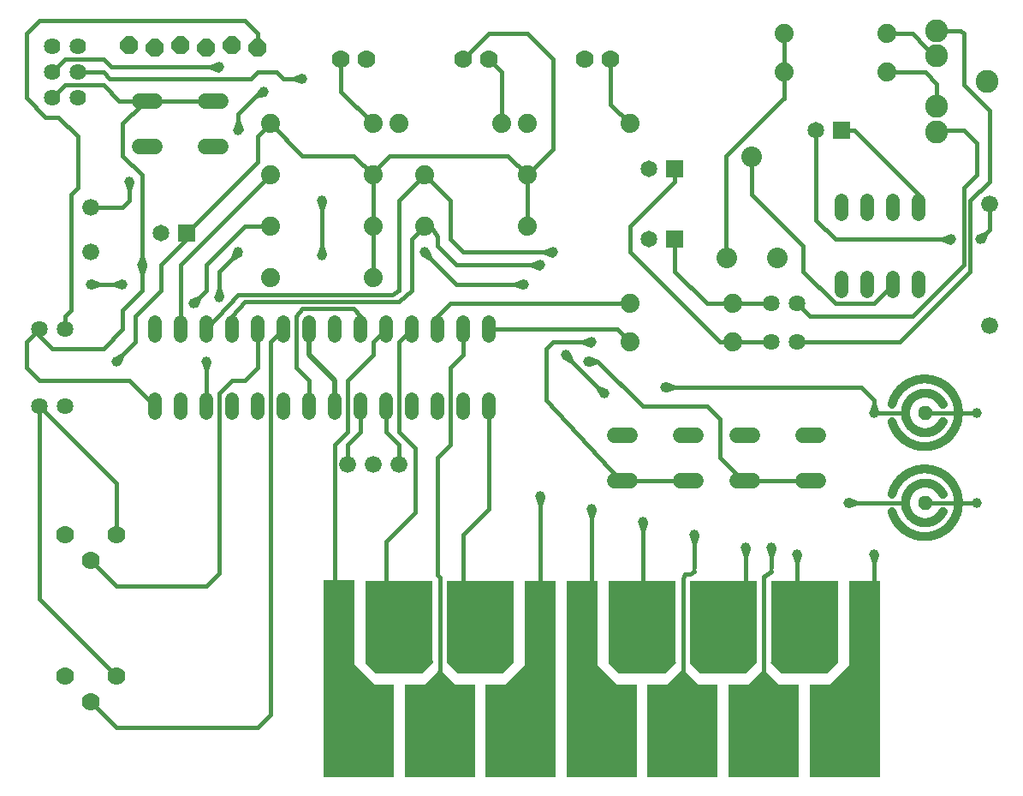
<source format=gbr>
G04 EAGLE Gerber X2 export*
%TF.Part,Single*%
%TF.FileFunction,Copper,L1,Top,Mixed*%
%TF.FilePolarity,Positive*%
%TF.GenerationSoftware,Autodesk,EAGLE,9.1.0*%
%TF.CreationDate,2018-09-26T17:21:40Z*%
G75*
%MOMM*%
%FSLAX34Y34*%
%LPD*%
%AMOC8*
5,1,8,0,0,1.08239X$1,22.5*%
G01*
%ADD10C,1.320800*%
%ADD11C,1.676400*%
%ADD12P,1.924489X8X112.500000*%
%ADD13C,1.625600*%
%ADD14C,1.879600*%
%ADD15R,1.651000X1.651000*%
%ADD16C,1.651000*%
%ADD17C,1.778000*%
%ADD18C,1.524000*%
%ADD19C,2.260600*%
%ADD20C,1.638300*%
%ADD21R,0.889000X0.381000*%
%ADD22C,0.863600*%
%ADD23C,0.381000*%
%ADD24C,2.032000*%
%ADD25R,0.381000X1.016000*%
%ADD26R,0.381000X0.889000*%
%ADD27R,6.934200X9.169400*%
%ADD28R,3.086100X10.337800*%
%ADD29R,6.654800X8.153400*%
%ADD30R,6.576056X8.178800*%
%ADD31R,6.642100X8.153400*%
%ADD32R,6.604000X8.153400*%
%ADD33R,3.098800X10.769600*%
%ADD34R,3.111500X8.534400*%
%ADD35R,3.098800X10.972800*%
%ADD36R,4.546600X9.169400*%
%ADD37R,6.908800X9.169400*%
%ADD38R,6.985000X9.169400*%
%ADD39R,3.124200X11.252200*%
%ADD40C,0.508000*%
%ADD41C,1.006400*%
%ADD42C,0.406400*%

G36*
X404156Y142375D02*
X404156Y142375D01*
X404198Y142373D01*
X404265Y142395D01*
X404335Y142407D01*
X404371Y142429D01*
X404412Y142442D01*
X404485Y142496D01*
X404528Y142522D01*
X404541Y142538D01*
X404562Y142554D01*
X414468Y152460D01*
X414493Y152494D01*
X414524Y152523D01*
X414556Y152586D01*
X414597Y152644D01*
X414607Y152685D01*
X414627Y152723D01*
X414640Y152812D01*
X414653Y152861D01*
X414650Y152882D01*
X414654Y152908D01*
X414654Y154686D01*
X414643Y154751D01*
X414641Y154817D01*
X414623Y154860D01*
X414615Y154907D01*
X414581Y154964D01*
X414556Y155024D01*
X414525Y155059D01*
X414500Y155100D01*
X414449Y155142D01*
X414405Y155190D01*
X414363Y155212D01*
X414326Y155241D01*
X414264Y155262D01*
X414205Y155293D01*
X414151Y155301D01*
X414114Y155313D01*
X414074Y155312D01*
X414020Y155320D01*
X348742Y155320D01*
X348703Y155313D01*
X348663Y155315D01*
X348593Y155294D01*
X348521Y155281D01*
X348487Y155260D01*
X348449Y155249D01*
X348391Y155204D01*
X348328Y155166D01*
X348303Y155136D01*
X348272Y155112D01*
X348233Y155049D01*
X348187Y154992D01*
X348174Y154955D01*
X348153Y154921D01*
X348131Y154827D01*
X348115Y154780D01*
X348115Y154761D01*
X348110Y154739D01*
X347983Y153215D01*
X347990Y153144D01*
X347987Y153074D01*
X348000Y153034D01*
X348004Y152991D01*
X348035Y152928D01*
X348057Y152861D01*
X348086Y152822D01*
X348089Y152816D01*
X348091Y152812D01*
X348091Y152811D01*
X348102Y152789D01*
X348133Y152760D01*
X348169Y152711D01*
X358456Y142551D01*
X358490Y142528D01*
X358517Y142498D01*
X358582Y142465D01*
X358641Y142424D01*
X358681Y142414D01*
X358717Y142395D01*
X358810Y142382D01*
X358859Y142369D01*
X358878Y142371D01*
X358902Y142368D01*
X404114Y142368D01*
X404156Y142375D01*
G37*
G36*
X644313Y142375D02*
X644313Y142375D01*
X644355Y142373D01*
X644422Y142395D01*
X644492Y142407D01*
X644528Y142429D01*
X644568Y142442D01*
X644641Y142496D01*
X644685Y142522D01*
X644698Y142538D01*
X644719Y142553D01*
X654892Y152713D01*
X654943Y152786D01*
X654999Y152855D01*
X655006Y152878D01*
X655020Y152897D01*
X655042Y152983D01*
X655071Y153068D01*
X655070Y153092D01*
X655076Y153115D01*
X655067Y153203D01*
X655064Y153292D01*
X655056Y153314D01*
X655053Y153338D01*
X655014Y153417D01*
X654980Y153500D01*
X654964Y153518D01*
X654954Y153539D01*
X654889Y153600D01*
X654829Y153666D01*
X654808Y153677D01*
X654791Y153693D01*
X654709Y153728D01*
X654630Y153768D01*
X654603Y153772D01*
X654584Y153781D01*
X654534Y153783D01*
X654444Y153796D01*
X589141Y153847D01*
X589050Y153831D01*
X588959Y153820D01*
X588940Y153811D01*
X588920Y153808D01*
X588840Y153761D01*
X588758Y153719D01*
X588744Y153704D01*
X588727Y153694D01*
X588669Y153622D01*
X588606Y153554D01*
X588598Y153535D01*
X588585Y153520D01*
X588556Y153432D01*
X588520Y153347D01*
X588520Y153327D01*
X588513Y153307D01*
X588516Y153215D01*
X588512Y153123D01*
X588519Y153103D01*
X588520Y153083D01*
X588554Y152997D01*
X588583Y152910D01*
X588597Y152892D01*
X588604Y152875D01*
X588638Y152837D01*
X588696Y152760D01*
X599097Y142549D01*
X599130Y142527D01*
X599157Y142498D01*
X599222Y142464D01*
X599283Y142423D01*
X599321Y142414D01*
X599356Y142395D01*
X599452Y142381D01*
X599500Y142369D01*
X599519Y142371D01*
X599542Y142368D01*
X644271Y142368D01*
X644313Y142375D01*
G37*
G36*
X804458Y142375D02*
X804458Y142375D01*
X804498Y142373D01*
X804567Y142395D01*
X804639Y142407D01*
X804674Y142428D01*
X804712Y142440D01*
X804788Y142496D01*
X804832Y142522D01*
X804844Y142537D01*
X804864Y142551D01*
X815151Y152711D01*
X815203Y152785D01*
X815260Y152856D01*
X815267Y152876D01*
X815280Y152894D01*
X815303Y152982D01*
X815332Y153068D01*
X815332Y153090D01*
X815337Y153111D01*
X815328Y153202D01*
X815326Y153293D01*
X815318Y153313D01*
X815315Y153334D01*
X815276Y153416D01*
X815241Y153500D01*
X815227Y153517D01*
X815217Y153536D01*
X815151Y153599D01*
X815090Y153666D01*
X815071Y153676D01*
X815055Y153691D01*
X814971Y153727D01*
X814890Y153769D01*
X814866Y153772D01*
X814849Y153780D01*
X814798Y153782D01*
X814705Y153796D01*
X749554Y153796D01*
X749462Y153780D01*
X749370Y153769D01*
X749353Y153760D01*
X749333Y153757D01*
X749253Y153709D01*
X749170Y153667D01*
X749157Y153653D01*
X749140Y153642D01*
X749082Y153571D01*
X749019Y153502D01*
X749011Y153484D01*
X748999Y153468D01*
X748969Y153381D01*
X748934Y153294D01*
X748933Y153274D01*
X748927Y153256D01*
X748929Y153163D01*
X748926Y153070D01*
X748933Y153051D01*
X748933Y153031D01*
X748968Y152946D01*
X748998Y152857D01*
X749011Y152840D01*
X749018Y152824D01*
X749052Y152786D01*
X749111Y152708D01*
X759525Y142548D01*
X759557Y142526D01*
X759583Y142498D01*
X759649Y142464D01*
X759711Y142422D01*
X759748Y142413D01*
X759783Y142395D01*
X759880Y142381D01*
X759929Y142369D01*
X759946Y142371D01*
X759968Y142368D01*
X804418Y142368D01*
X804458Y142375D01*
G37*
G36*
X723941Y142375D02*
X723941Y142375D01*
X723982Y142373D01*
X724050Y142395D01*
X724121Y142407D01*
X724157Y142429D01*
X724196Y142441D01*
X724271Y142496D01*
X724314Y142522D01*
X724327Y142537D01*
X724347Y142552D01*
X734670Y152814D01*
X734722Y152888D01*
X734778Y152958D01*
X734786Y152979D01*
X734798Y152998D01*
X734821Y153085D01*
X734850Y153171D01*
X734849Y153193D01*
X734855Y153215D01*
X734846Y153305D01*
X734843Y153395D01*
X734835Y153416D01*
X734832Y153438D01*
X734793Y153519D01*
X734758Y153603D01*
X734743Y153619D01*
X734734Y153639D01*
X734668Y153702D01*
X734607Y153768D01*
X734587Y153778D01*
X734571Y153794D01*
X734488Y153829D01*
X734407Y153870D01*
X734382Y153874D01*
X734364Y153882D01*
X734314Y153884D01*
X734222Y153898D01*
X669416Y153796D01*
X669327Y153780D01*
X669237Y153770D01*
X669217Y153760D01*
X669195Y153756D01*
X669117Y153710D01*
X669037Y153669D01*
X669021Y153653D01*
X669002Y153642D01*
X668945Y153571D01*
X668884Y153505D01*
X668875Y153485D01*
X668861Y153467D01*
X668832Y153382D01*
X668798Y153298D01*
X668797Y153276D01*
X668790Y153255D01*
X668792Y153164D01*
X668789Y153074D01*
X668796Y153053D01*
X668797Y153030D01*
X668831Y152947D01*
X668859Y152861D01*
X668874Y152841D01*
X668881Y152823D01*
X668915Y152785D01*
X668971Y152711D01*
X679258Y142551D01*
X679292Y142528D01*
X679319Y142498D01*
X679384Y142465D01*
X679443Y142424D01*
X679483Y142414D01*
X679519Y142395D01*
X679612Y142382D01*
X679661Y142369D01*
X679680Y142371D01*
X679704Y142368D01*
X723900Y142368D01*
X723941Y142375D01*
G37*
G36*
X484413Y142882D02*
X484413Y142882D01*
X484448Y142880D01*
X484523Y142902D01*
X484599Y142915D01*
X484629Y142933D01*
X484663Y142943D01*
X484750Y143004D01*
X484792Y143030D01*
X484801Y143041D01*
X484816Y143052D01*
X494646Y152450D01*
X494701Y152525D01*
X494761Y152597D01*
X494767Y152615D01*
X494778Y152631D01*
X494804Y152721D01*
X494834Y152809D01*
X494834Y152828D01*
X494839Y152847D01*
X494832Y152940D01*
X494830Y153034D01*
X494822Y153051D01*
X494821Y153070D01*
X494781Y153155D01*
X494747Y153242D01*
X494734Y153256D01*
X494726Y153274D01*
X494659Y153340D01*
X494597Y153409D01*
X494580Y153418D01*
X494566Y153431D01*
X494481Y153470D01*
X494398Y153513D01*
X494377Y153516D01*
X494362Y153523D01*
X494311Y153527D01*
X494213Y153542D01*
X429773Y154050D01*
X429672Y154033D01*
X429570Y154018D01*
X429561Y154014D01*
X429552Y154012D01*
X429463Y153961D01*
X429372Y153912D01*
X429366Y153905D01*
X429358Y153900D01*
X429292Y153820D01*
X429225Y153743D01*
X429221Y153733D01*
X429215Y153727D01*
X429201Y153687D01*
X429153Y153570D01*
X429026Y153062D01*
X429025Y153055D01*
X429022Y153048D01*
X429018Y152943D01*
X429011Y152838D01*
X429013Y152831D01*
X429012Y152824D01*
X429045Y152723D01*
X429074Y152623D01*
X429079Y152617D01*
X429081Y152610D01*
X429193Y152460D01*
X438591Y143062D01*
X438625Y143037D01*
X438654Y143006D01*
X438717Y142974D01*
X438775Y142933D01*
X438816Y142923D01*
X438854Y142903D01*
X438943Y142890D01*
X438992Y142878D01*
X439013Y142880D01*
X439039Y142876D01*
X484378Y142876D01*
X484413Y142882D01*
G37*
G36*
X677506Y129938D02*
X677506Y129938D01*
X677594Y129947D01*
X677615Y129957D01*
X677639Y129961D01*
X677716Y130007D01*
X677795Y130046D01*
X677812Y130063D01*
X677832Y130076D01*
X677888Y130145D01*
X677949Y130209D01*
X677958Y130231D01*
X677973Y130250D01*
X678002Y130334D01*
X678037Y130416D01*
X678038Y130440D01*
X678045Y130462D01*
X678043Y130551D01*
X678047Y130640D01*
X678039Y130663D01*
X678039Y130687D01*
X678005Y130769D01*
X677978Y130854D01*
X677962Y130875D01*
X677954Y130894D01*
X677920Y130932D01*
X677866Y131004D01*
X664150Y144720D01*
X664116Y144745D01*
X664087Y144776D01*
X664024Y144808D01*
X663966Y144849D01*
X663925Y144859D01*
X663887Y144879D01*
X663798Y144892D01*
X663749Y144905D01*
X663728Y144902D01*
X663702Y144906D01*
X660146Y144906D01*
X660104Y144899D01*
X660062Y144901D01*
X659995Y144879D01*
X659925Y144867D01*
X659889Y144845D01*
X659848Y144832D01*
X659775Y144778D01*
X659732Y144752D01*
X659719Y144736D01*
X659698Y144720D01*
X645982Y131004D01*
X645931Y130931D01*
X645875Y130862D01*
X645867Y130840D01*
X645853Y130820D01*
X645831Y130734D01*
X645803Y130650D01*
X645803Y130626D01*
X645798Y130603D01*
X645807Y130514D01*
X645809Y130425D01*
X645818Y130403D01*
X645821Y130380D01*
X645860Y130300D01*
X645894Y130218D01*
X645910Y130200D01*
X645920Y130179D01*
X645985Y130118D01*
X646045Y130052D01*
X646066Y130041D01*
X646083Y130025D01*
X646165Y129990D01*
X646245Y129949D01*
X646271Y129946D01*
X646290Y129937D01*
X646340Y129935D01*
X646430Y129922D01*
X677418Y129922D01*
X677506Y129938D01*
G37*
G36*
X437222Y129938D02*
X437222Y129938D01*
X437310Y129947D01*
X437331Y129957D01*
X437355Y129961D01*
X437432Y130007D01*
X437511Y130046D01*
X437528Y130063D01*
X437548Y130076D01*
X437604Y130145D01*
X437665Y130209D01*
X437674Y130231D01*
X437689Y130250D01*
X437718Y130334D01*
X437753Y130416D01*
X437754Y130440D01*
X437761Y130462D01*
X437759Y130551D01*
X437763Y130640D01*
X437755Y130663D01*
X437755Y130687D01*
X437721Y130769D01*
X437694Y130854D01*
X437678Y130875D01*
X437670Y130894D01*
X437636Y130932D01*
X437582Y131004D01*
X424120Y144466D01*
X424086Y144491D01*
X424057Y144522D01*
X423994Y144554D01*
X423936Y144595D01*
X423895Y144605D01*
X423857Y144625D01*
X423768Y144638D01*
X423719Y144651D01*
X423698Y144648D01*
X423672Y144652D01*
X419608Y144652D01*
X419566Y144645D01*
X419524Y144647D01*
X419457Y144625D01*
X419387Y144613D01*
X419351Y144591D01*
X419310Y144578D01*
X419237Y144524D01*
X419194Y144498D01*
X419181Y144482D01*
X419160Y144466D01*
X405698Y131004D01*
X405647Y130931D01*
X405591Y130862D01*
X405583Y130840D01*
X405569Y130820D01*
X405547Y130734D01*
X405519Y130650D01*
X405519Y130626D01*
X405514Y130603D01*
X405523Y130514D01*
X405525Y130425D01*
X405534Y130403D01*
X405537Y130380D01*
X405576Y130300D01*
X405610Y130218D01*
X405626Y130200D01*
X405636Y130179D01*
X405701Y130118D01*
X405761Y130052D01*
X405782Y130041D01*
X405799Y130025D01*
X405881Y129990D01*
X405961Y129949D01*
X405987Y129946D01*
X406006Y129937D01*
X406056Y129935D01*
X406146Y129922D01*
X437134Y129922D01*
X437222Y129938D01*
G37*
G36*
X756754Y130446D02*
X756754Y130446D01*
X756842Y130455D01*
X756863Y130465D01*
X756887Y130469D01*
X756964Y130515D01*
X757043Y130554D01*
X757060Y130571D01*
X757080Y130584D01*
X757136Y130653D01*
X757197Y130717D01*
X757206Y130739D01*
X757221Y130758D01*
X757250Y130842D01*
X757285Y130924D01*
X757286Y130948D01*
X757293Y130970D01*
X757291Y131059D01*
X757295Y131148D01*
X757287Y131171D01*
X757287Y131195D01*
X757253Y131277D01*
X757226Y131362D01*
X757210Y131383D01*
X757202Y131402D01*
X757168Y131440D01*
X757114Y131512D01*
X744668Y143958D01*
X744634Y143983D01*
X744605Y144014D01*
X744542Y144046D01*
X744484Y144087D01*
X744443Y144097D01*
X744405Y144117D01*
X744316Y144130D01*
X744267Y144143D01*
X744246Y144140D01*
X744220Y144144D01*
X739648Y144144D01*
X739606Y144137D01*
X739564Y144139D01*
X739497Y144117D01*
X739427Y144105D01*
X739391Y144083D01*
X739350Y144070D01*
X739277Y144016D01*
X739234Y143990D01*
X739221Y143974D01*
X739200Y143958D01*
X726754Y131512D01*
X726703Y131439D01*
X726647Y131370D01*
X726639Y131348D01*
X726625Y131328D01*
X726603Y131242D01*
X726575Y131158D01*
X726575Y131134D01*
X726570Y131111D01*
X726579Y131022D01*
X726581Y130933D01*
X726590Y130911D01*
X726593Y130888D01*
X726632Y130808D01*
X726666Y130726D01*
X726682Y130708D01*
X726692Y130687D01*
X726757Y130626D01*
X726817Y130560D01*
X726838Y130549D01*
X726855Y130533D01*
X726937Y130498D01*
X727017Y130457D01*
X727043Y130454D01*
X727062Y130445D01*
X727112Y130443D01*
X727202Y130430D01*
X756666Y130430D01*
X756754Y130446D01*
G37*
G36*
X356958Y130192D02*
X356958Y130192D01*
X357046Y130201D01*
X357067Y130211D01*
X357091Y130215D01*
X357168Y130261D01*
X357247Y130300D01*
X357264Y130317D01*
X357284Y130330D01*
X357340Y130399D01*
X357401Y130463D01*
X357410Y130485D01*
X357425Y130504D01*
X357454Y130588D01*
X357489Y130670D01*
X357490Y130694D01*
X357497Y130716D01*
X357495Y130805D01*
X357499Y130894D01*
X357491Y130917D01*
X357491Y130941D01*
X357457Y131023D01*
X357430Y131108D01*
X357414Y131129D01*
X357406Y131148D01*
X357372Y131186D01*
X357318Y131258D01*
X336998Y151578D01*
X336969Y151599D01*
X336959Y151610D01*
X336936Y151622D01*
X336925Y151629D01*
X336856Y151685D01*
X336834Y151693D01*
X336814Y151707D01*
X336728Y151729D01*
X336644Y151757D01*
X336620Y151757D01*
X336597Y151763D01*
X336508Y151753D01*
X336419Y151751D01*
X336397Y151742D01*
X336374Y151739D01*
X336294Y151700D01*
X336212Y151666D01*
X336194Y151650D01*
X336173Y151640D01*
X336112Y151575D01*
X336046Y151515D01*
X336035Y151494D01*
X336019Y151477D01*
X335984Y151395D01*
X335943Y151315D01*
X335940Y151289D01*
X335931Y151270D01*
X335929Y151220D01*
X335929Y151218D01*
X335923Y151200D01*
X335923Y151180D01*
X335916Y151130D01*
X335916Y130810D01*
X335927Y130745D01*
X335929Y130679D01*
X335947Y130636D01*
X335955Y130589D01*
X335989Y130532D01*
X336014Y130472D01*
X336045Y130437D01*
X336070Y130396D01*
X336121Y130355D01*
X336165Y130306D01*
X336207Y130284D01*
X336244Y130255D01*
X336306Y130234D01*
X336365Y130203D01*
X336419Y130195D01*
X336456Y130183D01*
X336496Y130184D01*
X336550Y130176D01*
X356870Y130176D01*
X356958Y130192D01*
G37*
G36*
X505779Y129425D02*
X505779Y129425D01*
X505845Y129427D01*
X505888Y129445D01*
X505935Y129453D01*
X505992Y129487D01*
X506052Y129512D01*
X506087Y129543D01*
X506128Y129568D01*
X506170Y129619D01*
X506218Y129663D01*
X506240Y129705D01*
X506269Y129742D01*
X506290Y129804D01*
X506321Y129863D01*
X506329Y129917D01*
X506341Y129954D01*
X506340Y129994D01*
X506348Y130048D01*
X506348Y150368D01*
X506336Y150438D01*
X506335Y150475D01*
X506329Y150488D01*
X506323Y150544D01*
X506313Y150565D01*
X506309Y150589D01*
X506263Y150666D01*
X506224Y150745D01*
X506207Y150762D01*
X506194Y150782D01*
X506125Y150838D01*
X506061Y150899D01*
X506039Y150908D01*
X506020Y150923D01*
X505936Y150952D01*
X505854Y150987D01*
X505830Y150988D01*
X505808Y150995D01*
X505719Y150993D01*
X505630Y150997D01*
X505607Y150989D01*
X505583Y150989D01*
X505501Y150955D01*
X505416Y150928D01*
X505395Y150912D01*
X505376Y150904D01*
X505338Y150870D01*
X505278Y150826D01*
X505276Y150824D01*
X505275Y150824D01*
X505266Y150816D01*
X484946Y130496D01*
X484895Y130423D01*
X484839Y130354D01*
X484831Y130332D01*
X484817Y130312D01*
X484795Y130226D01*
X484767Y130142D01*
X484767Y130118D01*
X484762Y130095D01*
X484771Y130006D01*
X484773Y129917D01*
X484782Y129895D01*
X484785Y129872D01*
X484824Y129792D01*
X484858Y129710D01*
X484874Y129692D01*
X484884Y129671D01*
X484949Y129610D01*
X485009Y129544D01*
X485030Y129533D01*
X485047Y129517D01*
X485129Y129482D01*
X485209Y129441D01*
X485235Y129438D01*
X485254Y129429D01*
X485304Y129427D01*
X485394Y129414D01*
X505714Y129414D01*
X505779Y129425D01*
G37*
G36*
X826558Y129929D02*
X826558Y129929D01*
X826600Y129927D01*
X826667Y129949D01*
X826737Y129961D01*
X826773Y129983D01*
X826814Y129996D01*
X826887Y130050D01*
X826930Y130076D01*
X826943Y130092D01*
X826964Y130108D01*
X827218Y130362D01*
X827271Y130437D01*
X827329Y130510D01*
X827335Y130529D01*
X827347Y130546D01*
X827370Y130635D01*
X827398Y130723D01*
X827397Y130743D01*
X827403Y130763D01*
X827393Y130855D01*
X827389Y130947D01*
X827381Y130966D01*
X827379Y130986D01*
X827338Y131069D01*
X827303Y131154D01*
X827289Y131169D01*
X827280Y131187D01*
X827213Y131251D01*
X827150Y131317D01*
X827150Y149860D01*
X827134Y149948D01*
X827125Y150036D01*
X827115Y150057D01*
X827111Y150081D01*
X827065Y150158D01*
X827026Y150237D01*
X827009Y150254D01*
X826996Y150274D01*
X826927Y150330D01*
X826863Y150391D01*
X826841Y150400D01*
X826822Y150415D01*
X826738Y150444D01*
X826656Y150479D01*
X826632Y150480D01*
X826610Y150487D01*
X826521Y150485D01*
X826432Y150489D01*
X826409Y150481D01*
X826385Y150481D01*
X826303Y150447D01*
X826218Y150420D01*
X826197Y150404D01*
X826178Y150396D01*
X826140Y150362D01*
X826068Y150308D01*
X807272Y131512D01*
X807221Y131439D01*
X807165Y131370D01*
X807157Y131348D01*
X807143Y131328D01*
X807121Y131242D01*
X807120Y131240D01*
X802379Y131190D01*
X802273Y131170D01*
X802165Y131151D01*
X802162Y131149D01*
X802159Y131148D01*
X802067Y131093D01*
X801972Y131036D01*
X801970Y131034D01*
X801967Y131032D01*
X801899Y130947D01*
X801831Y130862D01*
X801830Y130859D01*
X801827Y130856D01*
X801794Y130753D01*
X801759Y130650D01*
X801759Y130646D01*
X801758Y130643D01*
X801762Y130534D01*
X801765Y130425D01*
X801767Y130422D01*
X801767Y130419D01*
X801809Y130317D01*
X801850Y130218D01*
X801852Y130215D01*
X801853Y130212D01*
X801927Y130132D01*
X802001Y130052D01*
X802004Y130050D01*
X802006Y130048D01*
X802102Y130000D01*
X802201Y129949D01*
X802204Y129949D01*
X802207Y129948D01*
X802296Y129935D01*
X802386Y129922D01*
X826516Y129922D01*
X826558Y129929D01*
G37*
G36*
X596734Y130446D02*
X596734Y130446D01*
X596822Y130455D01*
X596843Y130465D01*
X596867Y130469D01*
X596944Y130515D01*
X597023Y130554D01*
X597040Y130571D01*
X597060Y130584D01*
X597116Y130653D01*
X597177Y130717D01*
X597186Y130739D01*
X597201Y130758D01*
X597230Y130842D01*
X597265Y130924D01*
X597266Y130948D01*
X597273Y130970D01*
X597271Y131059D01*
X597275Y131148D01*
X597267Y131171D01*
X597267Y131195D01*
X597233Y131277D01*
X597206Y131362D01*
X597190Y131383D01*
X597182Y131402D01*
X597148Y131440D01*
X597094Y131512D01*
X577536Y151070D01*
X577463Y151121D01*
X577394Y151177D01*
X577372Y151185D01*
X577352Y151199D01*
X577266Y151221D01*
X577182Y151249D01*
X577158Y151249D01*
X577135Y151255D01*
X577046Y151245D01*
X576957Y151243D01*
X576935Y151234D01*
X576912Y151231D01*
X576832Y151192D01*
X576750Y151158D01*
X576732Y151142D01*
X576711Y151132D01*
X576650Y151067D01*
X576584Y151007D01*
X576573Y150986D01*
X576557Y150969D01*
X576522Y150887D01*
X576481Y150807D01*
X576478Y150781D01*
X576469Y150762D01*
X576467Y150712D01*
X576454Y150622D01*
X576454Y131318D01*
X576461Y131276D01*
X576459Y131234D01*
X576481Y131167D01*
X576493Y131097D01*
X576515Y131061D01*
X576528Y131020D01*
X576582Y130947D01*
X576608Y130904D01*
X576624Y130891D01*
X576640Y130870D01*
X576894Y130616D01*
X576928Y130591D01*
X576957Y130560D01*
X577020Y130528D01*
X577078Y130487D01*
X577119Y130477D01*
X577157Y130457D01*
X577246Y130444D01*
X577295Y130432D01*
X577316Y130434D01*
X577342Y130430D01*
X596646Y130430D01*
X596734Y130446D01*
G37*
D10*
X139700Y399796D02*
X139700Y413004D01*
X165100Y413004D02*
X165100Y399796D01*
X190500Y399796D02*
X190500Y413004D01*
X215900Y413004D02*
X215900Y399796D01*
X241300Y399796D02*
X241300Y413004D01*
X266700Y413004D02*
X266700Y399796D01*
X292100Y399796D02*
X292100Y413004D01*
X317500Y413004D02*
X317500Y399796D01*
X342900Y399796D02*
X342900Y413004D01*
X368300Y413004D02*
X368300Y399796D01*
X393700Y399796D02*
X393700Y413004D01*
X419100Y413004D02*
X419100Y399796D01*
X444500Y399796D02*
X444500Y413004D01*
X469900Y413004D02*
X469900Y399796D01*
X469900Y475996D02*
X469900Y489204D01*
X444500Y489204D02*
X444500Y475996D01*
X419100Y475996D02*
X419100Y489204D01*
X393700Y489204D02*
X393700Y475996D01*
X368300Y475996D02*
X368300Y489204D01*
X342900Y489204D02*
X342900Y475996D01*
X317500Y475996D02*
X317500Y489204D01*
X292100Y489204D02*
X292100Y475996D01*
X266700Y475996D02*
X266700Y489204D01*
X241300Y489204D02*
X241300Y475996D01*
X215900Y475996D02*
X215900Y489204D01*
X190500Y489204D02*
X190500Y475996D01*
X165100Y475996D02*
X165100Y489204D01*
X139700Y489204D02*
X139700Y475996D01*
D11*
X330200Y349250D03*
X355600Y349250D03*
X381000Y349250D03*
D12*
X114300Y763270D03*
X139700Y760730D03*
X165100Y763270D03*
X190500Y760730D03*
X215900Y763270D03*
X241300Y760730D03*
D13*
X38100Y736600D03*
X63500Y736600D03*
X63500Y762000D03*
X38100Y762000D03*
X38100Y711200D03*
X63500Y711200D03*
D11*
X965200Y606100D03*
X965200Y486100D03*
D14*
X254000Y533400D03*
X355600Y533400D03*
X406400Y584200D03*
X508000Y584200D03*
X406400Y635000D03*
X508000Y635000D03*
X254000Y635000D03*
X355600Y635000D03*
X254000Y584200D03*
X355600Y584200D03*
X609600Y469900D03*
X711200Y469900D03*
X508000Y685800D03*
X609600Y685800D03*
X381000Y685800D03*
X482600Y685800D03*
X254000Y685800D03*
X355600Y685800D03*
D10*
X819150Y533654D02*
X819150Y520446D01*
X844550Y520446D02*
X844550Y533654D01*
X869950Y533654D02*
X869950Y520446D01*
X895350Y520446D02*
X895350Y533654D01*
X895350Y596646D02*
X895350Y609854D01*
X869950Y609854D02*
X869950Y596646D01*
X844550Y596646D02*
X844550Y609854D01*
X819150Y609854D02*
X819150Y596646D01*
D14*
X609600Y508000D03*
X711200Y508000D03*
X762000Y736600D03*
X863600Y736600D03*
X762000Y774700D03*
X863600Y774700D03*
D15*
X171450Y577850D03*
D16*
X146050Y577850D03*
D15*
X819150Y679450D03*
D16*
X793750Y679450D03*
D15*
X654050Y641350D03*
D16*
X628650Y641350D03*
D15*
X654050Y571500D03*
D16*
X628650Y571500D03*
D17*
X323850Y749300D03*
X349250Y749300D03*
X565150Y749300D03*
X590550Y749300D03*
X444500Y749300D03*
X469900Y749300D03*
D18*
X140208Y708406D02*
X124968Y708406D01*
X124968Y663194D02*
X140208Y663194D01*
X189992Y708406D02*
X205232Y708406D01*
X205232Y663194D02*
X189992Y663194D01*
X715518Y378206D02*
X730758Y378206D01*
X730758Y332994D02*
X715518Y332994D01*
X780542Y378206D02*
X795782Y378206D01*
X795782Y332994D02*
X780542Y332994D01*
X610108Y378206D02*
X594868Y378206D01*
X594868Y332994D02*
X610108Y332994D01*
X659892Y378206D02*
X675132Y378206D01*
X675132Y332994D02*
X659892Y332994D01*
D19*
X913000Y777710D03*
X963000Y727710D03*
X913000Y677710D03*
X913000Y702710D03*
X913000Y752710D03*
D20*
X25400Y482600D03*
X50800Y482600D03*
X25400Y406400D03*
X50800Y406400D03*
X749300Y469900D03*
X774700Y469900D03*
X749300Y508000D03*
X774700Y508000D03*
D11*
X76200Y603250D03*
X76200Y558800D03*
D17*
X76200Y114300D03*
X50800Y139700D03*
X101600Y139700D03*
X76200Y254000D03*
X50800Y279400D03*
X101600Y279400D03*
D21*
X850900Y400050D03*
X952500Y400050D03*
D22*
X919226Y408178D02*
X919019Y408608D01*
X918801Y409032D01*
X918573Y409451D01*
X918335Y409864D01*
X918087Y410271D01*
X917828Y410672D01*
X917561Y411067D01*
X917283Y411454D01*
X916996Y411835D01*
X916700Y412209D01*
X916395Y412576D01*
X916081Y412935D01*
X915758Y413286D01*
X915427Y413629D01*
X915087Y413964D01*
X914740Y414290D01*
X914384Y414608D01*
X914021Y414917D01*
X913650Y415217D01*
X913273Y415508D01*
X912888Y415790D01*
X912496Y416062D01*
X912098Y416324D01*
X911693Y416577D01*
X911283Y416820D01*
X910866Y417052D01*
X910445Y417275D01*
X910017Y417486D01*
X909585Y417688D01*
X909148Y417879D01*
X908706Y418059D01*
X908260Y418228D01*
X907810Y418386D01*
X907357Y418533D01*
X906900Y418669D01*
X906439Y418794D01*
X905976Y418907D01*
X905510Y419009D01*
X905042Y419100D01*
X904572Y419179D01*
X904100Y419247D01*
X903626Y419303D01*
X903151Y419347D01*
X902676Y419380D01*
X902199Y419401D01*
X901722Y419410D01*
X901245Y419408D01*
X900769Y419394D01*
X900292Y419369D01*
X899817Y419332D01*
X899343Y419283D01*
X898870Y419223D01*
X898398Y419151D01*
X897929Y419067D01*
X897461Y418972D01*
X896996Y418866D01*
X896534Y418748D01*
X896075Y418619D01*
X895619Y418479D01*
X895167Y418328D01*
X894718Y418166D01*
X894274Y417993D01*
X893834Y417809D01*
X893399Y417614D01*
X892968Y417408D01*
X892543Y417193D01*
X892123Y416967D01*
X891709Y416730D01*
X891301Y416484D01*
X890898Y416227D01*
X890503Y415961D01*
X890114Y415686D01*
X889731Y415401D01*
X889356Y415106D01*
X888988Y414803D01*
X888628Y414490D01*
X888275Y414169D01*
X887931Y413840D01*
X887594Y413502D01*
X887266Y413155D01*
X886947Y412801D01*
X886636Y412440D01*
X886334Y412070D01*
X886041Y411694D01*
X885758Y411310D01*
X885484Y410920D01*
X885220Y410523D01*
X884965Y410120D01*
X884721Y409710D01*
X884486Y409295D01*
X884262Y408874D01*
X884048Y408448D01*
X883845Y408016D01*
X883652Y407580D01*
X883470Y407139D01*
X883299Y406694D01*
X883139Y406245D01*
X882990Y405792D01*
X882852Y405335D01*
X882725Y404876D01*
X882609Y404413D01*
X882505Y403948D01*
X882412Y403480D01*
X882331Y403010D01*
X882261Y402538D01*
X882203Y402065D01*
X882156Y401590D01*
X882121Y401115D01*
X882098Y400638D01*
X882086Y400161D01*
X882086Y399685D01*
X882098Y399208D01*
X882121Y398731D01*
X882156Y398256D01*
X882203Y397781D01*
X882261Y397308D01*
X882331Y396836D01*
X882412Y396366D01*
X882505Y395898D01*
X882609Y395433D01*
X882725Y394970D01*
X882852Y394511D01*
X882990Y394054D01*
X883139Y393601D01*
X883299Y393152D01*
X883470Y392707D01*
X883652Y392266D01*
X883845Y391830D01*
X884048Y391398D01*
X884262Y390972D01*
X884486Y390551D01*
X884721Y390136D01*
X884965Y389726D01*
X885220Y389323D01*
X885484Y388926D01*
X885758Y388536D01*
X886041Y388152D01*
X886334Y387776D01*
X886636Y387406D01*
X886947Y387045D01*
X887266Y386691D01*
X887594Y386344D01*
X887931Y386006D01*
X888275Y385677D01*
X888628Y385356D01*
X888988Y385043D01*
X889356Y384740D01*
X889731Y384445D01*
X890114Y384160D01*
X890503Y383885D01*
X890898Y383619D01*
X891301Y383362D01*
X891709Y383116D01*
X892123Y382879D01*
X892543Y382653D01*
X892968Y382438D01*
X893399Y382232D01*
X893834Y382037D01*
X894274Y381853D01*
X894718Y381680D01*
X895167Y381518D01*
X895619Y381367D01*
X896075Y381227D01*
X896534Y381098D01*
X896996Y380980D01*
X897461Y380874D01*
X897929Y380779D01*
X898398Y380695D01*
X898870Y380623D01*
X899343Y380563D01*
X899817Y380514D01*
X900292Y380477D01*
X900769Y380452D01*
X901245Y380438D01*
X901722Y380436D01*
X902199Y380445D01*
X902676Y380466D01*
X903151Y380499D01*
X903626Y380543D01*
X904100Y380599D01*
X904572Y380667D01*
X905042Y380746D01*
X905510Y380837D01*
X905976Y380939D01*
X906439Y381052D01*
X906900Y381177D01*
X907357Y381313D01*
X907810Y381460D01*
X908260Y381618D01*
X908706Y381787D01*
X909148Y381967D01*
X909585Y382158D01*
X910017Y382360D01*
X910445Y382571D01*
X910866Y382794D01*
X911283Y383026D01*
X911693Y383269D01*
X912098Y383522D01*
X912496Y383784D01*
X912888Y384056D01*
X913273Y384338D01*
X913650Y384629D01*
X914021Y384929D01*
X914384Y385238D01*
X914740Y385556D01*
X915087Y385882D01*
X915427Y386217D01*
X915758Y386560D01*
X916081Y386911D01*
X916395Y387270D01*
X916700Y387637D01*
X916996Y388011D01*
X917283Y388392D01*
X917561Y388779D01*
X917828Y389174D01*
X918087Y389575D01*
X918335Y389982D01*
X918573Y390395D01*
X918801Y390814D01*
X919019Y391238D01*
X919226Y391668D01*
X898902Y400050D02*
X898904Y400155D01*
X898910Y400259D01*
X898920Y400363D01*
X898934Y400467D01*
X898952Y400570D01*
X898973Y400672D01*
X898999Y400774D01*
X899028Y400874D01*
X899062Y400973D01*
X899099Y401071D01*
X899139Y401167D01*
X899184Y401262D01*
X899232Y401355D01*
X899283Y401446D01*
X899338Y401535D01*
X899396Y401622D01*
X899458Y401707D01*
X899522Y401789D01*
X899590Y401869D01*
X899661Y401946D01*
X899735Y402020D01*
X899811Y402091D01*
X899890Y402160D01*
X899972Y402225D01*
X900056Y402288D01*
X900142Y402347D01*
X900230Y402402D01*
X900321Y402455D01*
X900414Y402504D01*
X900508Y402549D01*
X900604Y402590D01*
X900701Y402628D01*
X900800Y402663D01*
X900900Y402693D01*
X901001Y402720D01*
X901103Y402742D01*
X901206Y402761D01*
X901310Y402776D01*
X901414Y402787D01*
X901518Y402794D01*
X901623Y402797D01*
X901727Y402796D01*
X901832Y402791D01*
X901936Y402782D01*
X902040Y402769D01*
X902143Y402752D01*
X902246Y402731D01*
X902347Y402707D01*
X902448Y402678D01*
X902547Y402646D01*
X902646Y402610D01*
X902742Y402570D01*
X902838Y402527D01*
X902931Y402480D01*
X903022Y402429D01*
X903112Y402375D01*
X903200Y402318D01*
X903285Y402257D01*
X903368Y402193D01*
X903448Y402126D01*
X903526Y402056D01*
X903601Y401983D01*
X903673Y401907D01*
X903742Y401829D01*
X903808Y401748D01*
X903871Y401665D01*
X903931Y401579D01*
X903988Y401491D01*
X904041Y401401D01*
X904091Y401309D01*
X904137Y401215D01*
X904179Y401119D01*
X904218Y401022D01*
X904253Y400924D01*
X904285Y400824D01*
X904312Y400723D01*
X904336Y400621D01*
X904356Y400518D01*
X904372Y400415D01*
X904384Y400311D01*
X904392Y400207D01*
X904396Y400102D01*
X904396Y399998D01*
X904392Y399893D01*
X904384Y399789D01*
X904372Y399685D01*
X904356Y399582D01*
X904336Y399479D01*
X904312Y399377D01*
X904285Y399276D01*
X904253Y399176D01*
X904218Y399078D01*
X904179Y398981D01*
X904137Y398885D01*
X904091Y398791D01*
X904041Y398699D01*
X903988Y398609D01*
X903931Y398521D01*
X903871Y398435D01*
X903808Y398352D01*
X903742Y398271D01*
X903673Y398193D01*
X903601Y398117D01*
X903526Y398044D01*
X903448Y397974D01*
X903368Y397907D01*
X903285Y397843D01*
X903200Y397782D01*
X903112Y397725D01*
X903023Y397671D01*
X902931Y397620D01*
X902838Y397573D01*
X902742Y397530D01*
X902646Y397490D01*
X902547Y397454D01*
X902448Y397422D01*
X902347Y397393D01*
X902246Y397369D01*
X902143Y397348D01*
X902040Y397331D01*
X901936Y397318D01*
X901832Y397309D01*
X901727Y397304D01*
X901623Y397303D01*
X901518Y397306D01*
X901414Y397313D01*
X901310Y397324D01*
X901206Y397339D01*
X901103Y397358D01*
X901001Y397380D01*
X900900Y397407D01*
X900800Y397437D01*
X900701Y397472D01*
X900604Y397510D01*
X900508Y397551D01*
X900414Y397596D01*
X900321Y397645D01*
X900230Y397698D01*
X900142Y397753D01*
X900056Y397812D01*
X899972Y397875D01*
X899890Y397940D01*
X899811Y398009D01*
X899735Y398080D01*
X899661Y398154D01*
X899590Y398231D01*
X899522Y398311D01*
X899458Y398393D01*
X899396Y398478D01*
X899338Y398565D01*
X899283Y398654D01*
X899232Y398745D01*
X899184Y398838D01*
X899139Y398933D01*
X899099Y399029D01*
X899062Y399127D01*
X899028Y399226D01*
X898999Y399326D01*
X898973Y399428D01*
X898952Y399530D01*
X898934Y399633D01*
X898920Y399737D01*
X898910Y399841D01*
X898904Y399945D01*
X898902Y400050D01*
D23*
X882396Y400050D02*
X850900Y400050D01*
X901700Y400050D02*
X950468Y400050D01*
D22*
X919226Y408178D02*
X919019Y408608D01*
X918801Y409032D01*
X918573Y409451D01*
X918335Y409864D01*
X918087Y410271D01*
X917828Y410672D01*
X917561Y411067D01*
X917283Y411454D01*
X916996Y411835D01*
X916700Y412209D01*
X916395Y412576D01*
X916081Y412935D01*
X915758Y413286D01*
X915427Y413629D01*
X915087Y413964D01*
X914740Y414290D01*
X914384Y414608D01*
X914021Y414917D01*
X913650Y415217D01*
X913273Y415508D01*
X912888Y415790D01*
X912496Y416062D01*
X912098Y416324D01*
X911693Y416577D01*
X911283Y416820D01*
X910866Y417052D01*
X910445Y417275D01*
X910017Y417486D01*
X909585Y417688D01*
X909148Y417879D01*
X908706Y418059D01*
X908260Y418228D01*
X907810Y418386D01*
X907357Y418533D01*
X906900Y418669D01*
X906439Y418794D01*
X905976Y418907D01*
X905510Y419009D01*
X905042Y419100D01*
X904572Y419179D01*
X904100Y419247D01*
X903626Y419303D01*
X903151Y419347D01*
X902676Y419380D01*
X902199Y419401D01*
X901722Y419410D01*
X901245Y419408D01*
X900769Y419394D01*
X900292Y419369D01*
X899817Y419332D01*
X899343Y419283D01*
X898870Y419223D01*
X898398Y419151D01*
X897929Y419067D01*
X897461Y418972D01*
X896996Y418866D01*
X896534Y418748D01*
X896075Y418619D01*
X895619Y418479D01*
X895167Y418328D01*
X894718Y418166D01*
X894274Y417993D01*
X893834Y417809D01*
X893399Y417614D01*
X892968Y417408D01*
X892543Y417193D01*
X892123Y416967D01*
X891709Y416730D01*
X891301Y416484D01*
X890898Y416227D01*
X890503Y415961D01*
X890114Y415686D01*
X889731Y415401D01*
X889356Y415106D01*
X888988Y414803D01*
X888628Y414490D01*
X888275Y414169D01*
X887931Y413840D01*
X887594Y413502D01*
X887266Y413155D01*
X886947Y412801D01*
X886636Y412440D01*
X886334Y412070D01*
X886041Y411694D01*
X885758Y411310D01*
X885484Y410920D01*
X885220Y410523D01*
X884965Y410120D01*
X884721Y409710D01*
X884486Y409295D01*
X884262Y408874D01*
X884048Y408448D01*
X883845Y408016D01*
X883652Y407580D01*
X883470Y407139D01*
X883299Y406694D01*
X883139Y406245D01*
X882990Y405792D01*
X882852Y405335D01*
X882725Y404876D01*
X882609Y404413D01*
X882505Y403948D01*
X882412Y403480D01*
X882331Y403010D01*
X882261Y402538D01*
X882203Y402065D01*
X882156Y401590D01*
X882121Y401115D01*
X882098Y400638D01*
X882086Y400161D01*
X882086Y399685D01*
X882098Y399208D01*
X882121Y398731D01*
X882156Y398256D01*
X882203Y397781D01*
X882261Y397308D01*
X882331Y396836D01*
X882412Y396366D01*
X882505Y395898D01*
X882609Y395433D01*
X882725Y394970D01*
X882852Y394511D01*
X882990Y394054D01*
X883139Y393601D01*
X883299Y393152D01*
X883470Y392707D01*
X883652Y392266D01*
X883845Y391830D01*
X884048Y391398D01*
X884262Y390972D01*
X884486Y390551D01*
X884721Y390136D01*
X884965Y389726D01*
X885220Y389323D01*
X885484Y388926D01*
X885758Y388536D01*
X886041Y388152D01*
X886334Y387776D01*
X886636Y387406D01*
X886947Y387045D01*
X887266Y386691D01*
X887594Y386344D01*
X887931Y386006D01*
X888275Y385677D01*
X888628Y385356D01*
X888988Y385043D01*
X889356Y384740D01*
X889731Y384445D01*
X890114Y384160D01*
X890503Y383885D01*
X890898Y383619D01*
X891301Y383362D01*
X891709Y383116D01*
X892123Y382879D01*
X892543Y382653D01*
X892968Y382438D01*
X893399Y382232D01*
X893834Y382037D01*
X894274Y381853D01*
X894718Y381680D01*
X895167Y381518D01*
X895619Y381367D01*
X896075Y381227D01*
X896534Y381098D01*
X896996Y380980D01*
X897461Y380874D01*
X897929Y380779D01*
X898398Y380695D01*
X898870Y380623D01*
X899343Y380563D01*
X899817Y380514D01*
X900292Y380477D01*
X900769Y380452D01*
X901245Y380438D01*
X901722Y380436D01*
X902199Y380445D01*
X902676Y380466D01*
X903151Y380499D01*
X903626Y380543D01*
X904100Y380599D01*
X904572Y380667D01*
X905042Y380746D01*
X905510Y380837D01*
X905976Y380939D01*
X906439Y381052D01*
X906900Y381177D01*
X907357Y381313D01*
X907810Y381460D01*
X908260Y381618D01*
X908706Y381787D01*
X909148Y381967D01*
X909585Y382158D01*
X910017Y382360D01*
X910445Y382571D01*
X910866Y382794D01*
X911283Y383026D01*
X911693Y383269D01*
X912098Y383522D01*
X912496Y383784D01*
X912888Y384056D01*
X913273Y384338D01*
X913650Y384629D01*
X914021Y384929D01*
X914384Y385238D01*
X914740Y385556D01*
X915087Y385882D01*
X915427Y386217D01*
X915758Y386560D01*
X916081Y386911D01*
X916395Y387270D01*
X916700Y387637D01*
X916996Y388011D01*
X917283Y388392D01*
X917561Y388779D01*
X917828Y389174D01*
X918087Y389575D01*
X918335Y389982D01*
X918573Y390395D01*
X918801Y390814D01*
X919019Y391238D01*
X919226Y391668D01*
X868934Y391414D02*
X869155Y390627D01*
X869396Y389845D01*
X869655Y389070D01*
X869934Y388301D01*
X870231Y387539D01*
X870547Y386785D01*
X870881Y386038D01*
X871234Y385300D01*
X871604Y384571D01*
X871993Y383852D01*
X872398Y383142D01*
X872821Y382442D01*
X873261Y381753D01*
X873718Y381074D01*
X874191Y380407D01*
X874681Y379752D01*
X875186Y379109D01*
X875707Y378479D01*
X876244Y377862D01*
X876795Y377258D01*
X877361Y376667D01*
X877941Y376091D01*
X878535Y375529D01*
X879143Y374982D01*
X879764Y374450D01*
X880397Y373933D01*
X881044Y373432D01*
X881702Y372947D01*
X882372Y372478D01*
X883053Y372026D01*
X883746Y371590D01*
X884448Y371172D01*
X885161Y370771D01*
X885883Y370388D01*
X886615Y370022D01*
X887355Y369674D01*
X888104Y369345D01*
X888860Y369034D01*
X889624Y368742D01*
X890395Y368469D01*
X891172Y368214D01*
X891955Y367979D01*
X892744Y367763D01*
X893537Y367566D01*
X894336Y367389D01*
X895138Y367232D01*
X895944Y367094D01*
X896753Y366976D01*
X897565Y366878D01*
X898379Y366799D01*
X899195Y366741D01*
X900012Y366703D01*
X900829Y366685D01*
X901647Y366686D01*
X902465Y366708D01*
X903281Y366750D01*
X904097Y366812D01*
X904910Y366894D01*
X905722Y366996D01*
X906531Y367117D01*
X907336Y367259D01*
X908138Y367420D01*
X908935Y367601D01*
X909728Y367801D01*
X910516Y368020D01*
X911298Y368259D01*
X912074Y368517D01*
X912844Y368794D01*
X913606Y369090D01*
X914361Y369404D01*
X915108Y369736D01*
X915847Y370087D01*
X916577Y370456D01*
X917297Y370843D01*
X918008Y371247D01*
X918709Y371668D01*
X919399Y372107D01*
X920079Y372562D01*
X920747Y373034D01*
X921403Y373522D01*
X922047Y374026D01*
X922678Y374545D01*
X923297Y375080D01*
X923902Y375630D01*
X924494Y376195D01*
X925071Y376773D01*
X925635Y377366D01*
X926183Y377973D01*
X926717Y378593D01*
X927235Y379225D01*
X927737Y379870D01*
X928224Y380528D01*
X928694Y381197D01*
X929148Y381877D01*
X929585Y382568D01*
X930005Y383270D01*
X930407Y383982D01*
X930792Y384703D01*
X931159Y385434D01*
X931509Y386173D01*
X931840Y386921D01*
X932152Y387677D01*
X932446Y388440D01*
X932721Y389210D01*
X932977Y389987D01*
X933214Y390769D01*
X933432Y391558D01*
X933631Y392351D01*
X933810Y393149D01*
X933969Y393951D01*
X934108Y394757D01*
X934228Y395566D01*
X934328Y396377D01*
X934408Y397191D01*
X934468Y398007D01*
X934508Y398824D01*
X934528Y399641D01*
X934528Y400459D01*
X934508Y401276D01*
X934468Y402093D01*
X934408Y402909D01*
X934328Y403723D01*
X934228Y404534D01*
X934108Y405343D01*
X933969Y406149D01*
X933810Y406951D01*
X933631Y407749D01*
X933432Y408542D01*
X933214Y409331D01*
X932977Y410113D01*
X932721Y410890D01*
X932446Y411660D01*
X932152Y412423D01*
X931840Y413179D01*
X931509Y413927D01*
X931159Y414666D01*
X930792Y415397D01*
X930407Y416118D01*
X930005Y416830D01*
X929585Y417532D01*
X929148Y418223D01*
X928694Y418903D01*
X928224Y419572D01*
X927737Y420230D01*
X927235Y420875D01*
X926717Y421507D01*
X926183Y422127D01*
X925635Y422734D01*
X925071Y423327D01*
X924494Y423905D01*
X923902Y424470D01*
X923297Y425020D01*
X922678Y425555D01*
X922047Y426074D01*
X921403Y426578D01*
X920747Y427066D01*
X920079Y427538D01*
X919399Y427993D01*
X918709Y428432D01*
X918008Y428853D01*
X917297Y429257D01*
X916577Y429644D01*
X915847Y430013D01*
X915108Y430364D01*
X914361Y430696D01*
X913606Y431010D01*
X912844Y431306D01*
X912074Y431583D01*
X911298Y431841D01*
X910516Y432080D01*
X909728Y432299D01*
X908935Y432499D01*
X908138Y432680D01*
X907336Y432841D01*
X906531Y432983D01*
X905722Y433104D01*
X904910Y433206D01*
X904097Y433288D01*
X903281Y433350D01*
X902465Y433392D01*
X901647Y433414D01*
X900829Y433415D01*
X900012Y433397D01*
X899195Y433359D01*
X898379Y433301D01*
X897565Y433222D01*
X896753Y433124D01*
X895944Y433006D01*
X895138Y432868D01*
X894336Y432711D01*
X893537Y432534D01*
X892744Y432337D01*
X891955Y432121D01*
X891172Y431886D01*
X890395Y431631D01*
X889624Y431358D01*
X888860Y431066D01*
X888104Y430755D01*
X887355Y430426D01*
X886615Y430078D01*
X885883Y429712D01*
X885161Y429329D01*
X884448Y428928D01*
X883746Y428510D01*
X883053Y428074D01*
X882372Y427622D01*
X881702Y427153D01*
X881044Y426668D01*
X880397Y426167D01*
X879764Y425650D01*
X879143Y425118D01*
X878535Y424571D01*
X877941Y424009D01*
X877361Y423433D01*
X876795Y422842D01*
X876244Y422238D01*
X875707Y421621D01*
X875186Y420991D01*
X874681Y420348D01*
X874191Y419693D01*
X873718Y419026D01*
X873261Y418347D01*
X872821Y417658D01*
X872398Y416958D01*
X871993Y416248D01*
X871604Y415529D01*
X871234Y414800D01*
X870881Y414062D01*
X870547Y413315D01*
X870231Y412561D01*
X869934Y411799D01*
X869655Y411030D01*
X869396Y410255D01*
X869155Y409473D01*
X868934Y408686D01*
D21*
X850900Y311150D03*
X952500Y311150D03*
D22*
X919226Y319278D02*
X919019Y319708D01*
X918801Y320132D01*
X918573Y320551D01*
X918335Y320964D01*
X918087Y321371D01*
X917828Y321772D01*
X917561Y322167D01*
X917283Y322554D01*
X916996Y322935D01*
X916700Y323309D01*
X916395Y323676D01*
X916081Y324035D01*
X915758Y324386D01*
X915427Y324729D01*
X915087Y325064D01*
X914740Y325390D01*
X914384Y325708D01*
X914021Y326017D01*
X913650Y326317D01*
X913273Y326608D01*
X912888Y326890D01*
X912496Y327162D01*
X912098Y327424D01*
X911693Y327677D01*
X911283Y327920D01*
X910866Y328152D01*
X910445Y328375D01*
X910017Y328586D01*
X909585Y328788D01*
X909148Y328979D01*
X908706Y329159D01*
X908260Y329328D01*
X907810Y329486D01*
X907357Y329633D01*
X906900Y329769D01*
X906439Y329894D01*
X905976Y330007D01*
X905510Y330109D01*
X905042Y330200D01*
X904572Y330279D01*
X904100Y330347D01*
X903626Y330403D01*
X903151Y330447D01*
X902676Y330480D01*
X902199Y330501D01*
X901722Y330510D01*
X901245Y330508D01*
X900769Y330494D01*
X900292Y330469D01*
X899817Y330432D01*
X899343Y330383D01*
X898870Y330323D01*
X898398Y330251D01*
X897929Y330167D01*
X897461Y330072D01*
X896996Y329966D01*
X896534Y329848D01*
X896075Y329719D01*
X895619Y329579D01*
X895167Y329428D01*
X894718Y329266D01*
X894274Y329093D01*
X893834Y328909D01*
X893399Y328714D01*
X892968Y328508D01*
X892543Y328293D01*
X892123Y328067D01*
X891709Y327830D01*
X891301Y327584D01*
X890898Y327327D01*
X890503Y327061D01*
X890114Y326786D01*
X889731Y326501D01*
X889356Y326206D01*
X888988Y325903D01*
X888628Y325590D01*
X888275Y325269D01*
X887931Y324940D01*
X887594Y324602D01*
X887266Y324255D01*
X886947Y323901D01*
X886636Y323540D01*
X886334Y323170D01*
X886041Y322794D01*
X885758Y322410D01*
X885484Y322020D01*
X885220Y321623D01*
X884965Y321220D01*
X884721Y320810D01*
X884486Y320395D01*
X884262Y319974D01*
X884048Y319548D01*
X883845Y319116D01*
X883652Y318680D01*
X883470Y318239D01*
X883299Y317794D01*
X883139Y317345D01*
X882990Y316892D01*
X882852Y316435D01*
X882725Y315976D01*
X882609Y315513D01*
X882505Y315048D01*
X882412Y314580D01*
X882331Y314110D01*
X882261Y313638D01*
X882203Y313165D01*
X882156Y312690D01*
X882121Y312215D01*
X882098Y311738D01*
X882086Y311261D01*
X882086Y310785D01*
X882098Y310308D01*
X882121Y309831D01*
X882156Y309356D01*
X882203Y308881D01*
X882261Y308408D01*
X882331Y307936D01*
X882412Y307466D01*
X882505Y306998D01*
X882609Y306533D01*
X882725Y306070D01*
X882852Y305611D01*
X882990Y305154D01*
X883139Y304701D01*
X883299Y304252D01*
X883470Y303807D01*
X883652Y303366D01*
X883845Y302930D01*
X884048Y302498D01*
X884262Y302072D01*
X884486Y301651D01*
X884721Y301236D01*
X884965Y300826D01*
X885220Y300423D01*
X885484Y300026D01*
X885758Y299636D01*
X886041Y299252D01*
X886334Y298876D01*
X886636Y298506D01*
X886947Y298145D01*
X887266Y297791D01*
X887594Y297444D01*
X887931Y297106D01*
X888275Y296777D01*
X888628Y296456D01*
X888988Y296143D01*
X889356Y295840D01*
X889731Y295545D01*
X890114Y295260D01*
X890503Y294985D01*
X890898Y294719D01*
X891301Y294462D01*
X891709Y294216D01*
X892123Y293979D01*
X892543Y293753D01*
X892968Y293538D01*
X893399Y293332D01*
X893834Y293137D01*
X894274Y292953D01*
X894718Y292780D01*
X895167Y292618D01*
X895619Y292467D01*
X896075Y292327D01*
X896534Y292198D01*
X896996Y292080D01*
X897461Y291974D01*
X897929Y291879D01*
X898398Y291795D01*
X898870Y291723D01*
X899343Y291663D01*
X899817Y291614D01*
X900292Y291577D01*
X900769Y291552D01*
X901245Y291538D01*
X901722Y291536D01*
X902199Y291545D01*
X902676Y291566D01*
X903151Y291599D01*
X903626Y291643D01*
X904100Y291699D01*
X904572Y291767D01*
X905042Y291846D01*
X905510Y291937D01*
X905976Y292039D01*
X906439Y292152D01*
X906900Y292277D01*
X907357Y292413D01*
X907810Y292560D01*
X908260Y292718D01*
X908706Y292887D01*
X909148Y293067D01*
X909585Y293258D01*
X910017Y293460D01*
X910445Y293671D01*
X910866Y293894D01*
X911283Y294126D01*
X911693Y294369D01*
X912098Y294622D01*
X912496Y294884D01*
X912888Y295156D01*
X913273Y295438D01*
X913650Y295729D01*
X914021Y296029D01*
X914384Y296338D01*
X914740Y296656D01*
X915087Y296982D01*
X915427Y297317D01*
X915758Y297660D01*
X916081Y298011D01*
X916395Y298370D01*
X916700Y298737D01*
X916996Y299111D01*
X917283Y299492D01*
X917561Y299879D01*
X917828Y300274D01*
X918087Y300675D01*
X918335Y301082D01*
X918573Y301495D01*
X918801Y301914D01*
X919019Y302338D01*
X919226Y302768D01*
X898902Y311150D02*
X898904Y311255D01*
X898910Y311359D01*
X898920Y311463D01*
X898934Y311567D01*
X898952Y311670D01*
X898973Y311772D01*
X898999Y311874D01*
X899028Y311974D01*
X899062Y312073D01*
X899099Y312171D01*
X899139Y312267D01*
X899184Y312362D01*
X899232Y312455D01*
X899283Y312546D01*
X899338Y312635D01*
X899396Y312722D01*
X899458Y312807D01*
X899522Y312889D01*
X899590Y312969D01*
X899661Y313046D01*
X899735Y313120D01*
X899811Y313191D01*
X899890Y313260D01*
X899972Y313325D01*
X900056Y313388D01*
X900142Y313447D01*
X900230Y313502D01*
X900321Y313555D01*
X900414Y313604D01*
X900508Y313649D01*
X900604Y313690D01*
X900701Y313728D01*
X900800Y313763D01*
X900900Y313793D01*
X901001Y313820D01*
X901103Y313842D01*
X901206Y313861D01*
X901310Y313876D01*
X901414Y313887D01*
X901518Y313894D01*
X901623Y313897D01*
X901727Y313896D01*
X901832Y313891D01*
X901936Y313882D01*
X902040Y313869D01*
X902143Y313852D01*
X902246Y313831D01*
X902347Y313807D01*
X902448Y313778D01*
X902547Y313746D01*
X902646Y313710D01*
X902742Y313670D01*
X902838Y313627D01*
X902931Y313580D01*
X903022Y313529D01*
X903112Y313475D01*
X903200Y313418D01*
X903285Y313357D01*
X903368Y313293D01*
X903448Y313226D01*
X903526Y313156D01*
X903601Y313083D01*
X903673Y313007D01*
X903742Y312929D01*
X903808Y312848D01*
X903871Y312765D01*
X903931Y312679D01*
X903988Y312591D01*
X904041Y312501D01*
X904091Y312409D01*
X904137Y312315D01*
X904179Y312219D01*
X904218Y312122D01*
X904253Y312024D01*
X904285Y311924D01*
X904312Y311823D01*
X904336Y311721D01*
X904356Y311618D01*
X904372Y311515D01*
X904384Y311411D01*
X904392Y311307D01*
X904396Y311202D01*
X904396Y311098D01*
X904392Y310993D01*
X904384Y310889D01*
X904372Y310785D01*
X904356Y310682D01*
X904336Y310579D01*
X904312Y310477D01*
X904285Y310376D01*
X904253Y310276D01*
X904218Y310178D01*
X904179Y310081D01*
X904137Y309985D01*
X904091Y309891D01*
X904041Y309799D01*
X903988Y309709D01*
X903931Y309621D01*
X903871Y309535D01*
X903808Y309452D01*
X903742Y309371D01*
X903673Y309293D01*
X903601Y309217D01*
X903526Y309144D01*
X903448Y309074D01*
X903368Y309007D01*
X903285Y308943D01*
X903200Y308882D01*
X903112Y308825D01*
X903023Y308771D01*
X902931Y308720D01*
X902838Y308673D01*
X902742Y308630D01*
X902646Y308590D01*
X902547Y308554D01*
X902448Y308522D01*
X902347Y308493D01*
X902246Y308469D01*
X902143Y308448D01*
X902040Y308431D01*
X901936Y308418D01*
X901832Y308409D01*
X901727Y308404D01*
X901623Y308403D01*
X901518Y308406D01*
X901414Y308413D01*
X901310Y308424D01*
X901206Y308439D01*
X901103Y308458D01*
X901001Y308480D01*
X900900Y308507D01*
X900800Y308537D01*
X900701Y308572D01*
X900604Y308610D01*
X900508Y308651D01*
X900414Y308696D01*
X900321Y308745D01*
X900230Y308798D01*
X900142Y308853D01*
X900056Y308912D01*
X899972Y308975D01*
X899890Y309040D01*
X899811Y309109D01*
X899735Y309180D01*
X899661Y309254D01*
X899590Y309331D01*
X899522Y309411D01*
X899458Y309493D01*
X899396Y309578D01*
X899338Y309665D01*
X899283Y309754D01*
X899232Y309845D01*
X899184Y309938D01*
X899139Y310033D01*
X899099Y310129D01*
X899062Y310227D01*
X899028Y310326D01*
X898999Y310426D01*
X898973Y310528D01*
X898952Y310630D01*
X898934Y310733D01*
X898920Y310837D01*
X898910Y310941D01*
X898904Y311045D01*
X898902Y311150D01*
D23*
X882396Y311150D02*
X850900Y311150D01*
X901700Y311150D02*
X950468Y311150D01*
D22*
X919226Y319278D02*
X919019Y319708D01*
X918801Y320132D01*
X918573Y320551D01*
X918335Y320964D01*
X918087Y321371D01*
X917828Y321772D01*
X917561Y322167D01*
X917283Y322554D01*
X916996Y322935D01*
X916700Y323309D01*
X916395Y323676D01*
X916081Y324035D01*
X915758Y324386D01*
X915427Y324729D01*
X915087Y325064D01*
X914740Y325390D01*
X914384Y325708D01*
X914021Y326017D01*
X913650Y326317D01*
X913273Y326608D01*
X912888Y326890D01*
X912496Y327162D01*
X912098Y327424D01*
X911693Y327677D01*
X911283Y327920D01*
X910866Y328152D01*
X910445Y328375D01*
X910017Y328586D01*
X909585Y328788D01*
X909148Y328979D01*
X908706Y329159D01*
X908260Y329328D01*
X907810Y329486D01*
X907357Y329633D01*
X906900Y329769D01*
X906439Y329894D01*
X905976Y330007D01*
X905510Y330109D01*
X905042Y330200D01*
X904572Y330279D01*
X904100Y330347D01*
X903626Y330403D01*
X903151Y330447D01*
X902676Y330480D01*
X902199Y330501D01*
X901722Y330510D01*
X901245Y330508D01*
X900769Y330494D01*
X900292Y330469D01*
X899817Y330432D01*
X899343Y330383D01*
X898870Y330323D01*
X898398Y330251D01*
X897929Y330167D01*
X897461Y330072D01*
X896996Y329966D01*
X896534Y329848D01*
X896075Y329719D01*
X895619Y329579D01*
X895167Y329428D01*
X894718Y329266D01*
X894274Y329093D01*
X893834Y328909D01*
X893399Y328714D01*
X892968Y328508D01*
X892543Y328293D01*
X892123Y328067D01*
X891709Y327830D01*
X891301Y327584D01*
X890898Y327327D01*
X890503Y327061D01*
X890114Y326786D01*
X889731Y326501D01*
X889356Y326206D01*
X888988Y325903D01*
X888628Y325590D01*
X888275Y325269D01*
X887931Y324940D01*
X887594Y324602D01*
X887266Y324255D01*
X886947Y323901D01*
X886636Y323540D01*
X886334Y323170D01*
X886041Y322794D01*
X885758Y322410D01*
X885484Y322020D01*
X885220Y321623D01*
X884965Y321220D01*
X884721Y320810D01*
X884486Y320395D01*
X884262Y319974D01*
X884048Y319548D01*
X883845Y319116D01*
X883652Y318680D01*
X883470Y318239D01*
X883299Y317794D01*
X883139Y317345D01*
X882990Y316892D01*
X882852Y316435D01*
X882725Y315976D01*
X882609Y315513D01*
X882505Y315048D01*
X882412Y314580D01*
X882331Y314110D01*
X882261Y313638D01*
X882203Y313165D01*
X882156Y312690D01*
X882121Y312215D01*
X882098Y311738D01*
X882086Y311261D01*
X882086Y310785D01*
X882098Y310308D01*
X882121Y309831D01*
X882156Y309356D01*
X882203Y308881D01*
X882261Y308408D01*
X882331Y307936D01*
X882412Y307466D01*
X882505Y306998D01*
X882609Y306533D01*
X882725Y306070D01*
X882852Y305611D01*
X882990Y305154D01*
X883139Y304701D01*
X883299Y304252D01*
X883470Y303807D01*
X883652Y303366D01*
X883845Y302930D01*
X884048Y302498D01*
X884262Y302072D01*
X884486Y301651D01*
X884721Y301236D01*
X884965Y300826D01*
X885220Y300423D01*
X885484Y300026D01*
X885758Y299636D01*
X886041Y299252D01*
X886334Y298876D01*
X886636Y298506D01*
X886947Y298145D01*
X887266Y297791D01*
X887594Y297444D01*
X887931Y297106D01*
X888275Y296777D01*
X888628Y296456D01*
X888988Y296143D01*
X889356Y295840D01*
X889731Y295545D01*
X890114Y295260D01*
X890503Y294985D01*
X890898Y294719D01*
X891301Y294462D01*
X891709Y294216D01*
X892123Y293979D01*
X892543Y293753D01*
X892968Y293538D01*
X893399Y293332D01*
X893834Y293137D01*
X894274Y292953D01*
X894718Y292780D01*
X895167Y292618D01*
X895619Y292467D01*
X896075Y292327D01*
X896534Y292198D01*
X896996Y292080D01*
X897461Y291974D01*
X897929Y291879D01*
X898398Y291795D01*
X898870Y291723D01*
X899343Y291663D01*
X899817Y291614D01*
X900292Y291577D01*
X900769Y291552D01*
X901245Y291538D01*
X901722Y291536D01*
X902199Y291545D01*
X902676Y291566D01*
X903151Y291599D01*
X903626Y291643D01*
X904100Y291699D01*
X904572Y291767D01*
X905042Y291846D01*
X905510Y291937D01*
X905976Y292039D01*
X906439Y292152D01*
X906900Y292277D01*
X907357Y292413D01*
X907810Y292560D01*
X908260Y292718D01*
X908706Y292887D01*
X909148Y293067D01*
X909585Y293258D01*
X910017Y293460D01*
X910445Y293671D01*
X910866Y293894D01*
X911283Y294126D01*
X911693Y294369D01*
X912098Y294622D01*
X912496Y294884D01*
X912888Y295156D01*
X913273Y295438D01*
X913650Y295729D01*
X914021Y296029D01*
X914384Y296338D01*
X914740Y296656D01*
X915087Y296982D01*
X915427Y297317D01*
X915758Y297660D01*
X916081Y298011D01*
X916395Y298370D01*
X916700Y298737D01*
X916996Y299111D01*
X917283Y299492D01*
X917561Y299879D01*
X917828Y300274D01*
X918087Y300675D01*
X918335Y301082D01*
X918573Y301495D01*
X918801Y301914D01*
X919019Y302338D01*
X919226Y302768D01*
X868934Y302514D02*
X869155Y301727D01*
X869396Y300945D01*
X869655Y300170D01*
X869934Y299401D01*
X870231Y298639D01*
X870547Y297885D01*
X870881Y297138D01*
X871234Y296400D01*
X871604Y295671D01*
X871993Y294952D01*
X872398Y294242D01*
X872821Y293542D01*
X873261Y292853D01*
X873718Y292174D01*
X874191Y291507D01*
X874681Y290852D01*
X875186Y290209D01*
X875707Y289579D01*
X876244Y288962D01*
X876795Y288358D01*
X877361Y287767D01*
X877941Y287191D01*
X878535Y286629D01*
X879143Y286082D01*
X879764Y285550D01*
X880397Y285033D01*
X881044Y284532D01*
X881702Y284047D01*
X882372Y283578D01*
X883053Y283126D01*
X883746Y282690D01*
X884448Y282272D01*
X885161Y281871D01*
X885883Y281488D01*
X886615Y281122D01*
X887355Y280774D01*
X888104Y280445D01*
X888860Y280134D01*
X889624Y279842D01*
X890395Y279569D01*
X891172Y279314D01*
X891955Y279079D01*
X892744Y278863D01*
X893537Y278666D01*
X894336Y278489D01*
X895138Y278332D01*
X895944Y278194D01*
X896753Y278076D01*
X897565Y277978D01*
X898379Y277899D01*
X899195Y277841D01*
X900012Y277803D01*
X900829Y277785D01*
X901647Y277786D01*
X902465Y277808D01*
X903281Y277850D01*
X904097Y277912D01*
X904910Y277994D01*
X905722Y278096D01*
X906531Y278217D01*
X907336Y278359D01*
X908138Y278520D01*
X908935Y278701D01*
X909728Y278901D01*
X910516Y279120D01*
X911298Y279359D01*
X912074Y279617D01*
X912844Y279894D01*
X913606Y280190D01*
X914361Y280504D01*
X915108Y280836D01*
X915847Y281187D01*
X916577Y281556D01*
X917297Y281943D01*
X918008Y282347D01*
X918709Y282768D01*
X919399Y283207D01*
X920079Y283662D01*
X920747Y284134D01*
X921403Y284622D01*
X922047Y285126D01*
X922678Y285645D01*
X923297Y286180D01*
X923902Y286730D01*
X924494Y287295D01*
X925071Y287873D01*
X925635Y288466D01*
X926183Y289073D01*
X926717Y289693D01*
X927235Y290325D01*
X927737Y290970D01*
X928224Y291628D01*
X928694Y292297D01*
X929148Y292977D01*
X929585Y293668D01*
X930005Y294370D01*
X930407Y295082D01*
X930792Y295803D01*
X931159Y296534D01*
X931509Y297273D01*
X931840Y298021D01*
X932152Y298777D01*
X932446Y299540D01*
X932721Y300310D01*
X932977Y301087D01*
X933214Y301869D01*
X933432Y302658D01*
X933631Y303451D01*
X933810Y304249D01*
X933969Y305051D01*
X934108Y305857D01*
X934228Y306666D01*
X934328Y307477D01*
X934408Y308291D01*
X934468Y309107D01*
X934508Y309924D01*
X934528Y310741D01*
X934528Y311559D01*
X934508Y312376D01*
X934468Y313193D01*
X934408Y314009D01*
X934328Y314823D01*
X934228Y315634D01*
X934108Y316443D01*
X933969Y317249D01*
X933810Y318051D01*
X933631Y318849D01*
X933432Y319642D01*
X933214Y320431D01*
X932977Y321213D01*
X932721Y321990D01*
X932446Y322760D01*
X932152Y323523D01*
X931840Y324279D01*
X931509Y325027D01*
X931159Y325766D01*
X930792Y326497D01*
X930407Y327218D01*
X930005Y327930D01*
X929585Y328632D01*
X929148Y329323D01*
X928694Y330003D01*
X928224Y330672D01*
X927737Y331330D01*
X927235Y331975D01*
X926717Y332607D01*
X926183Y333227D01*
X925635Y333834D01*
X925071Y334427D01*
X924494Y335005D01*
X923902Y335570D01*
X923297Y336120D01*
X922678Y336655D01*
X922047Y337174D01*
X921403Y337678D01*
X920747Y338166D01*
X920079Y338638D01*
X919399Y339093D01*
X918709Y339532D01*
X918008Y339953D01*
X917297Y340357D01*
X916577Y340744D01*
X915847Y341113D01*
X915108Y341464D01*
X914361Y341796D01*
X913606Y342110D01*
X912844Y342406D01*
X912074Y342683D01*
X911298Y342941D01*
X910516Y343180D01*
X909728Y343399D01*
X908935Y343599D01*
X908138Y343780D01*
X907336Y343941D01*
X906531Y344083D01*
X905722Y344204D01*
X904910Y344306D01*
X904097Y344388D01*
X903281Y344450D01*
X902465Y344492D01*
X901647Y344514D01*
X900829Y344515D01*
X900012Y344497D01*
X899195Y344459D01*
X898379Y344401D01*
X897565Y344322D01*
X896753Y344224D01*
X895944Y344106D01*
X895138Y343968D01*
X894336Y343811D01*
X893537Y343634D01*
X892744Y343437D01*
X891955Y343221D01*
X891172Y342986D01*
X890395Y342731D01*
X889624Y342458D01*
X888860Y342166D01*
X888104Y341855D01*
X887355Y341526D01*
X886615Y341178D01*
X885883Y340812D01*
X885161Y340429D01*
X884448Y340028D01*
X883746Y339610D01*
X883053Y339174D01*
X882372Y338722D01*
X881702Y338253D01*
X881044Y337768D01*
X880397Y337267D01*
X879764Y336750D01*
X879143Y336218D01*
X878535Y335671D01*
X877941Y335109D01*
X877361Y334533D01*
X876795Y333942D01*
X876244Y333338D01*
X875707Y332721D01*
X875186Y332091D01*
X874681Y331448D01*
X874191Y330793D01*
X873718Y330126D01*
X873261Y329447D01*
X872821Y328758D01*
X872398Y328058D01*
X871993Y327348D01*
X871604Y326629D01*
X871234Y325900D01*
X870881Y325162D01*
X870547Y324415D01*
X870231Y323661D01*
X869934Y322899D01*
X869655Y322130D01*
X869396Y321355D01*
X869155Y320573D01*
X868934Y319786D01*
D24*
X705250Y553250D03*
X755250Y553250D03*
X730250Y653250D03*
D25*
X317500Y241300D03*
X368300Y241300D03*
D26*
X419100Y247650D03*
D25*
X444500Y241300D03*
X520700Y241300D03*
X571500Y241300D03*
X622300Y241300D03*
X723900Y241300D03*
D26*
X673100Y247650D03*
X749300Y247650D03*
D25*
X774700Y241300D03*
X850900Y241300D03*
D27*
X341249Y85979D03*
D28*
X322009Y182753D03*
D29*
X381254Y193675D03*
D30*
X461912Y193548D03*
D29*
X621792Y193675D03*
D31*
X782130Y193675D03*
D32*
X701802Y193675D03*
D27*
X421513Y85979D03*
X501523Y85979D03*
D33*
X520700Y180594D03*
D34*
X562420Y191770D03*
D35*
X562356Y94996D03*
D36*
X593979Y85979D03*
D37*
X661670Y85979D03*
D38*
X741807Y85979D03*
X822071Y85979D03*
D39*
X841375Y178181D03*
D23*
X317500Y228600D02*
X317500Y241300D01*
X368300Y241300D02*
X368300Y228600D01*
X444500Y228600D02*
X444500Y241300D01*
X520700Y241300D02*
X520700Y228600D01*
X571500Y228600D02*
X571500Y241300D01*
X622300Y241300D02*
X622300Y228600D01*
X723900Y228600D02*
X723900Y241300D01*
X774700Y241300D02*
X774700Y228600D01*
X850900Y228600D02*
X850900Y241300D01*
X421640Y237236D02*
X421640Y145034D01*
X421640Y237236D02*
X419100Y239776D01*
X419100Y248412D01*
X661924Y236728D02*
X661924Y144780D01*
X661924Y236728D02*
X664210Y240538D01*
X669290Y240538D01*
X673100Y243332D01*
X741934Y238252D02*
X741934Y144526D01*
X741934Y238252D02*
X749300Y243332D01*
D40*
X292100Y457200D02*
X292100Y482600D01*
X292100Y457200D02*
X317500Y431800D01*
X317500Y406400D01*
D41*
X952500Y400050D03*
X952500Y311150D03*
D42*
X292100Y406400D02*
X292100Y431800D01*
D41*
X114300Y628650D03*
D42*
X146050Y546100D02*
X146050Y520700D01*
X120650Y495300D01*
X120650Y469900D01*
X107964Y457214D01*
D41*
X101600Y450850D03*
D42*
X107964Y457214D01*
X508000Y584200D02*
X508000Y635000D01*
X488950Y654050D01*
X371475Y654050D01*
X355600Y638175D01*
X355600Y635000D01*
X355600Y584200D01*
X355600Y533400D01*
X355600Y635000D02*
X336550Y654050D01*
X285750Y654050D02*
X254000Y685800D01*
X285750Y654050D02*
X336550Y654050D01*
X254000Y685800D02*
X241300Y673100D01*
X241300Y647700D01*
X171450Y577850D02*
X171450Y571500D01*
X146050Y546100D01*
X171450Y577850D02*
X241300Y647700D01*
X533400Y660400D02*
X533400Y749300D01*
X508000Y774700D01*
X469900Y774700D01*
X444500Y749300D01*
X342900Y495300D02*
X342900Y482600D01*
X342900Y495300D02*
X336550Y502920D01*
X285750Y502920D01*
X279400Y495300D01*
X279400Y444500D01*
X292100Y431800D01*
X508000Y635000D02*
X533400Y660400D01*
X114300Y628650D02*
X114300Y619650D01*
X114300Y609600D01*
X107950Y603250D01*
X76200Y603250D01*
X114300Y619650D02*
X117128Y627650D01*
X114300Y628650D01*
X111472Y627650D02*
X114300Y619650D01*
X111472Y627650D02*
X114300Y628650D01*
X107964Y457214D02*
X100307Y453557D01*
X101600Y450850D01*
X104307Y449557D02*
X107964Y457214D01*
X104307Y449557D02*
X101600Y450850D01*
X101600Y330200D02*
X101600Y279400D01*
X101600Y330200D02*
X25400Y406400D01*
X25400Y215900D01*
X101600Y139700D01*
X342900Y381000D02*
X342900Y406400D01*
X342900Y381000D02*
X330200Y368300D01*
X330200Y349250D01*
X381000Y349250D02*
X381000Y368300D01*
X368300Y381000D01*
X368300Y406400D01*
X241300Y760730D02*
X241300Y774700D01*
X228600Y787400D01*
X25400Y787400D02*
X12700Y774700D01*
X25400Y787400D02*
X228600Y787400D01*
X57150Y501650D02*
X50800Y495300D01*
X12700Y711200D02*
X12700Y774700D01*
X12700Y711200D02*
X31750Y692150D01*
X44450Y692150D01*
X63500Y673100D01*
X50800Y495300D02*
X50800Y482600D01*
X57150Y501650D02*
X57150Y615950D01*
X63500Y622300D01*
X63500Y673100D01*
D41*
X644525Y425450D03*
D42*
X254000Y635000D02*
X165100Y546100D01*
X165100Y482600D01*
D41*
X850900Y260350D03*
D42*
X838200Y425450D02*
X653525Y425450D01*
X644525Y425450D01*
X838200Y425450D02*
X850900Y412750D01*
X850900Y254000D02*
X850900Y251350D01*
X850900Y254000D02*
X850900Y260350D01*
X850900Y400050D02*
X850900Y409050D01*
D41*
X850900Y400050D03*
D42*
X850900Y409050D02*
X850900Y412750D01*
X653525Y425450D02*
X645525Y428278D01*
X644525Y425450D01*
X645525Y422622D02*
X653525Y425450D01*
X645525Y422622D02*
X644525Y425450D01*
X853728Y259350D02*
X850900Y251350D01*
X853728Y259350D02*
X850900Y260350D01*
X848072Y259350D02*
X850900Y251350D01*
X848072Y259350D02*
X850900Y260350D01*
X848072Y401050D02*
X850900Y409050D01*
X848072Y401050D02*
X850900Y400050D01*
X853728Y401050D02*
X850900Y409050D01*
X853728Y401050D02*
X850900Y400050D01*
X850900Y251350D02*
X850900Y241300D01*
X139700Y406400D02*
X114300Y431800D01*
X107950Y501650D02*
X127000Y520700D01*
X107950Y501650D02*
X107950Y482600D01*
X127000Y635000D02*
X107950Y654050D01*
X107950Y685800D01*
D41*
X127000Y546100D03*
D42*
X127000Y555100D01*
X127000Y635000D01*
X127000Y546100D02*
X127000Y537100D01*
X127000Y520700D01*
X38100Y711200D02*
X50800Y723900D01*
X88900Y723900D01*
X25400Y476250D02*
X38100Y463550D01*
X88900Y463550D01*
X107950Y482600D01*
X114300Y431800D02*
X25400Y431800D01*
X12700Y444500D01*
X12700Y469900D01*
X132588Y708406D02*
X197612Y708406D01*
X132588Y708406D02*
X127000Y708406D01*
X104394Y708406D01*
X88900Y723900D01*
X107950Y685800D02*
X127000Y704850D01*
X127000Y708406D01*
X25400Y482600D02*
X25400Y476250D01*
X25400Y482600D02*
X12700Y469900D01*
X124172Y547100D02*
X127000Y555100D01*
X124172Y547100D02*
X127000Y546100D01*
X129828Y547100D02*
X127000Y555100D01*
X129828Y547100D02*
X127000Y546100D01*
X129828Y545100D02*
X127000Y537100D01*
X129828Y545100D02*
X127000Y546100D01*
X124172Y545100D02*
X127000Y537100D01*
X124172Y545100D02*
X127000Y546100D01*
X381000Y509905D02*
X393700Y520700D01*
X381000Y509905D02*
X228600Y509905D01*
X215900Y495300D01*
X215900Y482600D01*
X393700Y571500D02*
X406400Y584200D01*
X393700Y571500D02*
X393700Y520700D01*
X419100Y565150D02*
X419100Y574675D01*
X412750Y584200D01*
X406400Y584200D01*
X419100Y565150D02*
X438150Y546100D01*
X511700Y546100D01*
D41*
X520700Y546100D03*
D42*
X511700Y546100D01*
D41*
X568325Y450850D03*
D42*
X723138Y332994D02*
X788162Y332994D01*
X723138Y332994D02*
X721106Y332994D01*
X698500Y355600D01*
X698500Y393700D01*
X685800Y406400D01*
X622300Y406400D01*
X577850Y450850D01*
X577325Y450850D01*
X568325Y450850D01*
X519700Y543272D02*
X511700Y546100D01*
X519700Y543272D02*
X520700Y546100D01*
X519700Y548928D02*
X511700Y546100D01*
X519700Y548928D02*
X520700Y546100D01*
X569325Y453678D02*
X577325Y450850D01*
X569325Y453678D02*
X568325Y450850D01*
X569325Y448022D02*
X577325Y450850D01*
X569325Y448022D02*
X568325Y450850D01*
X895350Y603250D02*
X895350Y615950D01*
X831850Y679450D01*
X819150Y679450D01*
X869950Y527050D02*
X850900Y508000D01*
X812800Y508000D02*
X781050Y539750D01*
X781050Y565150D01*
X730250Y615950D01*
X812800Y508000D02*
X850900Y508000D01*
X730250Y615950D02*
X730250Y653250D01*
X711200Y469900D02*
X698500Y469900D01*
X609600Y558800D01*
X609600Y584200D01*
X654050Y628650D01*
X654050Y641350D01*
X711200Y469900D02*
X749300Y469900D01*
X431800Y571500D02*
X431800Y609600D01*
X381000Y609600D02*
X381000Y520700D01*
X374650Y516890D01*
X222250Y516890D02*
X190500Y482600D01*
X222250Y516890D02*
X374650Y516890D01*
X381000Y609600D02*
X406400Y635000D01*
X431800Y609600D01*
X524400Y558800D02*
X533400Y558800D01*
X524400Y558800D02*
X444500Y558800D01*
X431800Y571500D01*
D41*
X571500Y469900D03*
X533400Y558800D03*
D42*
X602488Y332994D02*
X667512Y332994D01*
X602488Y332994D02*
X600456Y332994D01*
X527050Y412750D01*
X527050Y463550D01*
X533400Y469900D01*
X562500Y469900D01*
X571500Y469900D01*
X570500Y467072D02*
X562500Y469900D01*
X570500Y467072D02*
X571500Y469900D01*
X570500Y472728D02*
X562500Y469900D01*
X570500Y472728D02*
X571500Y469900D01*
X532400Y555972D02*
X524400Y558800D01*
X532400Y555972D02*
X533400Y558800D01*
X532400Y561628D02*
X524400Y558800D01*
X532400Y561628D02*
X533400Y558800D01*
X241300Y482600D02*
X241300Y444500D01*
X228600Y431800D01*
X215900Y431800D01*
X203200Y419100D01*
X203200Y330200D01*
X203200Y241300D01*
X190500Y228600D01*
X101600Y228600D01*
X76200Y254000D01*
X254000Y469900D02*
X266700Y482600D01*
X254000Y469900D02*
X254000Y190500D01*
X254000Y101600D01*
X241300Y88900D01*
X101600Y88900D01*
X76200Y114300D01*
D41*
X774700Y260350D03*
X825500Y311150D03*
X406400Y558800D03*
D42*
X412764Y552436D01*
X438150Y527050D01*
X495825Y527050D01*
D41*
X504825Y527050D03*
D42*
X495825Y527050D01*
D41*
X177800Y508000D03*
D42*
X184164Y514364D01*
X190500Y520700D01*
X190500Y546100D01*
X228600Y584200D01*
X254000Y584200D01*
D41*
X584200Y419100D03*
D42*
X577836Y425464D01*
D41*
X546100Y457200D03*
D42*
X552464Y450836D02*
X577836Y425464D01*
X552464Y450836D02*
X546100Y457200D01*
X774700Y254000D02*
X774700Y251350D01*
X774700Y254000D02*
X774700Y260350D01*
X834500Y311150D02*
X882396Y311150D01*
X834500Y311150D02*
X825500Y311150D01*
X777528Y259350D02*
X774700Y251350D01*
X777528Y259350D02*
X774700Y260350D01*
X771872Y259350D02*
X774700Y251350D01*
X771872Y259350D02*
X774700Y260350D01*
X826500Y313978D02*
X834500Y311150D01*
X826500Y313978D02*
X825500Y311150D01*
X826500Y308322D02*
X834500Y311150D01*
X826500Y308322D02*
X825500Y311150D01*
X412764Y552436D02*
X409107Y560093D01*
X406400Y558800D01*
X405107Y556093D02*
X412764Y552436D01*
X405107Y556093D02*
X406400Y558800D01*
X495825Y527050D02*
X503825Y524222D01*
X504825Y527050D01*
X503825Y529878D02*
X495825Y527050D01*
X503825Y529878D02*
X504825Y527050D01*
X184164Y514364D02*
X176507Y510707D01*
X177800Y508000D01*
X180507Y506707D02*
X184164Y514364D01*
X180507Y506707D02*
X177800Y508000D01*
X577836Y425464D02*
X581493Y417807D01*
X584200Y419100D01*
X585493Y421807D02*
X577836Y425464D01*
X585493Y421807D02*
X584200Y419100D01*
X552464Y450836D02*
X548807Y458493D01*
X546100Y457200D01*
X544807Y454493D02*
X552464Y450836D01*
X544807Y454493D02*
X546100Y457200D01*
X774700Y251350D02*
X774700Y241300D01*
D41*
X749300Y266700D03*
D42*
X749300Y257700D01*
X752128Y265700D01*
X749300Y266700D01*
X746472Y265700D02*
X749300Y257700D01*
X746472Y265700D02*
X749300Y266700D01*
X749300Y247650D01*
D41*
X723900Y266700D03*
D42*
X723900Y257700D01*
X726728Y265700D01*
X723900Y266700D01*
X721072Y265700D02*
X723900Y257700D01*
X721072Y265700D02*
X723900Y266700D01*
X723900Y241300D01*
D41*
X673100Y279400D03*
D42*
X673100Y270400D01*
X675928Y278400D01*
X673100Y279400D01*
X670272Y278400D02*
X673100Y270400D01*
X670272Y278400D02*
X673100Y279400D01*
X673100Y270400D02*
X673100Y247650D01*
D41*
X622300Y292100D03*
D42*
X622300Y283100D01*
X625128Y291100D01*
X622300Y292100D01*
X619472Y291100D02*
X622300Y283100D01*
X619472Y291100D02*
X622300Y292100D01*
X622300Y283100D02*
X622300Y241300D01*
D41*
X571500Y304800D03*
D42*
X571500Y295800D01*
X574328Y303800D01*
X571500Y304800D01*
X568672Y303800D02*
X571500Y295800D01*
X568672Y303800D02*
X571500Y304800D01*
X571500Y295800D02*
X571500Y241300D01*
X469900Y304800D02*
X469900Y406400D01*
X469900Y304800D02*
X444500Y279400D01*
X444500Y241300D01*
X323850Y717550D02*
X323850Y749300D01*
X323850Y717550D02*
X355600Y685800D01*
X190500Y441850D02*
X190500Y406400D01*
D41*
X190500Y450850D03*
D42*
X190500Y441850D01*
D41*
X203200Y514350D03*
D42*
X203200Y523350D01*
X203200Y539750D01*
X215886Y552436D01*
D41*
X222250Y558800D03*
D42*
X215886Y552436D01*
D41*
X247650Y717550D03*
D42*
X244475Y717550D01*
X239900Y712975D01*
X222250Y695325D01*
X222250Y688450D01*
D41*
X222250Y679450D03*
D42*
X222250Y688450D01*
X193328Y449850D02*
X190500Y441850D01*
X193328Y449850D02*
X190500Y450850D01*
X187672Y449850D02*
X190500Y441850D01*
X187672Y449850D02*
X190500Y450850D01*
X200372Y515350D02*
X203200Y523350D01*
X200372Y515350D02*
X203200Y514350D01*
X206028Y515350D02*
X203200Y523350D01*
X206028Y515350D02*
X203200Y514350D01*
X215886Y552436D02*
X223543Y556093D01*
X222250Y558800D01*
X219543Y560093D02*
X215886Y552436D01*
X219543Y560093D02*
X222250Y558800D01*
X239900Y712975D02*
X248227Y714606D01*
X247650Y717550D01*
X245351Y719477D02*
X239900Y712975D01*
X245351Y719477D02*
X247650Y717550D01*
X222250Y688450D02*
X219422Y680450D01*
X222250Y679450D01*
X225078Y680450D02*
X222250Y688450D01*
X225078Y680450D02*
X222250Y679450D01*
D41*
X285750Y730250D03*
D42*
X95250Y730250D02*
X88900Y736600D01*
X63500Y736600D01*
X276750Y730250D02*
X285750Y730250D01*
X276750Y730250D02*
X266700Y730250D01*
X260350Y736600D01*
X241300Y736600D01*
X234950Y730250D01*
X95250Y730250D01*
X419100Y495300D02*
X431800Y508000D01*
X419100Y495300D02*
X419100Y482600D01*
X431800Y508000D02*
X609600Y508000D01*
X284750Y727422D02*
X276750Y730250D01*
X284750Y727422D02*
X285750Y730250D01*
X284750Y733078D02*
X276750Y730250D01*
X284750Y733078D02*
X285750Y730250D01*
X431800Y368300D02*
X419100Y355600D01*
X431800Y368300D02*
X431800Y444500D01*
X444500Y457200D01*
X444500Y482600D01*
X419100Y355600D02*
X419100Y247650D01*
X469900Y482600D02*
X596900Y482600D01*
X609600Y469900D01*
D41*
X520700Y317500D03*
D42*
X520700Y308500D01*
X523528Y316500D01*
X520700Y317500D01*
X517872Y316500D02*
X520700Y308500D01*
X517872Y316500D02*
X520700Y317500D01*
X520700Y308500D02*
X520700Y241300D01*
X355600Y469900D02*
X368300Y482600D01*
X355600Y469900D02*
X355600Y457200D01*
X330200Y431800D01*
X330200Y381000D01*
X317500Y368300D01*
D41*
X203200Y741680D03*
D42*
X88900Y749300D02*
X50800Y749300D01*
X38100Y736600D01*
D41*
X304800Y609600D03*
D42*
X304800Y600600D01*
D41*
X304800Y555625D03*
D42*
X304800Y564625D02*
X304800Y600600D01*
X304800Y564625D02*
X304800Y555625D01*
X203200Y741680D02*
X194200Y741680D01*
X96520Y741680D01*
X88900Y749300D01*
X194200Y741680D02*
X202200Y738852D01*
X203200Y741680D01*
X202200Y744508D02*
X194200Y741680D01*
X202200Y744508D02*
X203200Y741680D01*
X307628Y608600D02*
X304800Y600600D01*
X307628Y608600D02*
X304800Y609600D01*
X301972Y608600D02*
X304800Y600600D01*
X301972Y608600D02*
X304800Y609600D01*
X304800Y564625D02*
X301972Y556625D01*
X304800Y555625D01*
X307628Y556625D02*
X304800Y564625D01*
X307628Y556625D02*
X304800Y555625D01*
X317500Y368300D02*
X317500Y241300D01*
X381000Y469900D02*
X393700Y482600D01*
X381000Y469900D02*
X381000Y381000D01*
D41*
X76200Y527050D03*
D42*
X85200Y527050D01*
D41*
X107950Y527050D03*
D42*
X98950Y527050D02*
X85200Y527050D01*
X98950Y527050D02*
X107950Y527050D01*
X381000Y381000D02*
X396875Y365125D01*
X396875Y301625D01*
X368300Y273050D01*
X85200Y527050D02*
X77200Y529878D01*
X76200Y527050D01*
X77200Y524222D02*
X85200Y527050D01*
X77200Y524222D02*
X76200Y527050D01*
X98950Y527050D02*
X106950Y524222D01*
X107950Y527050D01*
X106950Y529878D02*
X98950Y527050D01*
X106950Y529878D02*
X107950Y527050D01*
X368300Y273050D02*
X368300Y241300D01*
X965200Y581025D02*
X965200Y606100D01*
X965200Y581025D02*
X962039Y577864D01*
D41*
X955675Y571500D03*
D42*
X962039Y577864D01*
D41*
X927100Y571500D03*
D42*
X793750Y590550D02*
X793750Y679450D01*
X793750Y590550D02*
X812800Y571500D01*
X918100Y571500D01*
X927100Y571500D01*
X954382Y574207D02*
X962039Y577864D01*
X954382Y574207D02*
X955675Y571500D01*
X958382Y570207D02*
X962039Y577864D01*
X958382Y570207D02*
X955675Y571500D01*
X926100Y568672D02*
X918100Y571500D01*
X926100Y568672D02*
X927100Y571500D01*
X926100Y574328D02*
X918100Y571500D01*
X926100Y574328D02*
X927100Y571500D01*
X711200Y508000D02*
X685800Y508000D01*
X654050Y539750D01*
X654050Y571500D01*
X711200Y508000D02*
X749300Y508000D01*
X863600Y736600D02*
X901700Y736600D01*
X913000Y725300D02*
X913000Y702710D01*
X913000Y725300D02*
X901700Y736600D01*
X902100Y761600D02*
X889000Y774700D01*
X863600Y774700D01*
X902100Y761600D02*
X913000Y752710D01*
X939800Y546100D02*
X889000Y495300D01*
X787400Y495300D02*
X774700Y508000D01*
X787400Y495300D02*
X889000Y495300D01*
X939800Y546100D02*
X939800Y622300D01*
X952500Y635000D01*
X952500Y666750D01*
X939800Y679450D01*
X913800Y679450D01*
X913000Y677710D01*
X946150Y539750D02*
X876300Y469900D01*
X774700Y469900D01*
X946150Y539750D02*
X946150Y609600D01*
X965200Y698500D02*
X939800Y723900D01*
X936790Y777710D02*
X913000Y777710D01*
X936790Y777710D02*
X939800Y774700D01*
X939800Y723900D01*
X965200Y628650D02*
X946150Y609600D01*
X965200Y628650D02*
X965200Y698500D01*
X762000Y736600D02*
X762000Y774700D01*
X762000Y736600D02*
X762000Y710800D01*
X761600Y710800D01*
X704850Y654050D01*
X704850Y553650D01*
X705250Y553250D01*
X609600Y685800D02*
X590550Y704850D01*
X590550Y749300D01*
X482600Y736600D02*
X469900Y749300D01*
X482600Y736600D02*
X482600Y685800D01*
M02*

</source>
